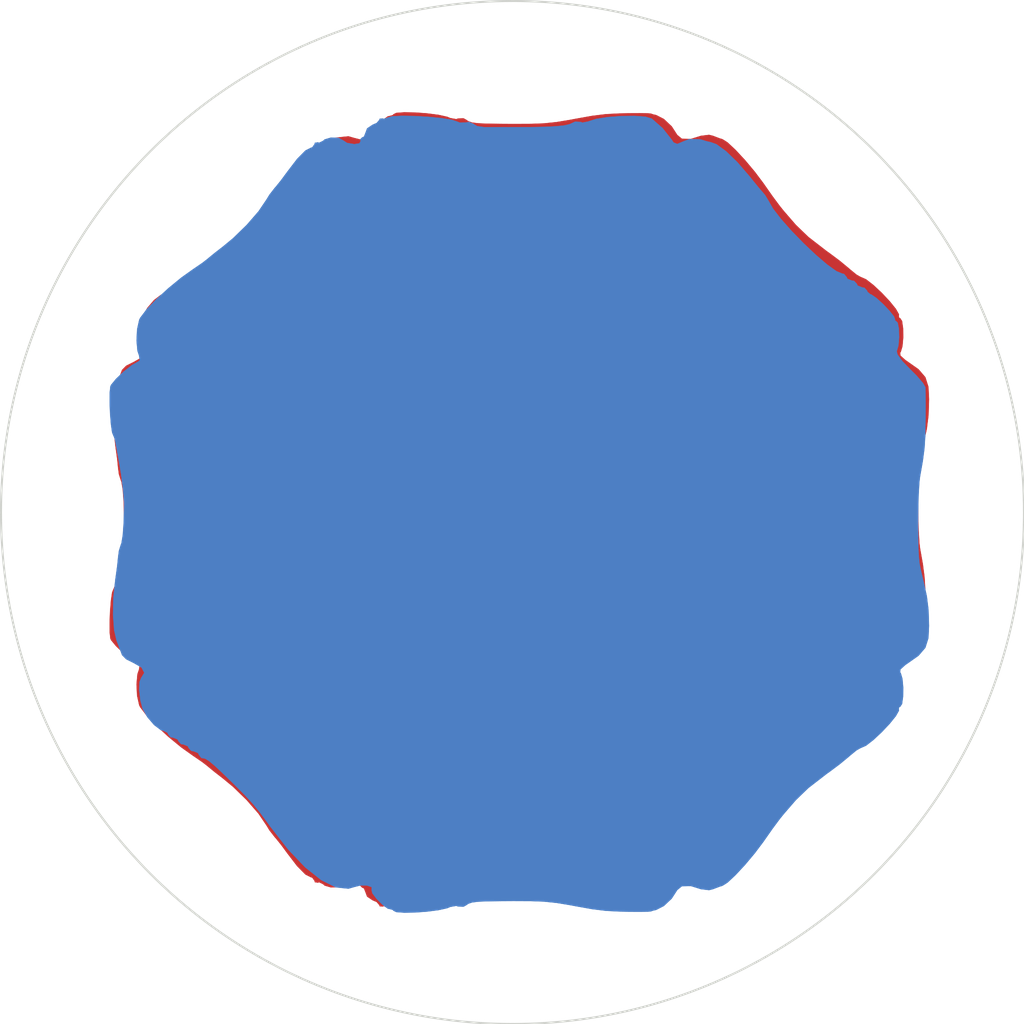
<source format=kicad_pcb>
(kicad_pcb (version 20171130) (host pcbnew 5.1.5-52549c5~86~ubuntu16.04.1)

  (general
    (thickness 1.6)
    (drawings 1)
    (tracks 0)
    (zones 0)
    (modules 4)
    (nets 1)
  )

  (page A4)
  (layers
    (0 F.Cu signal)
    (31 B.Cu signal)
    (32 B.Adhes user)
    (33 F.Adhes user)
    (34 B.Paste user)
    (35 F.Paste user)
    (36 B.SilkS user)
    (37 F.SilkS user)
    (38 B.Mask user)
    (39 F.Mask user)
    (40 Dwgs.User user)
    (41 Cmts.User user)
    (42 Eco1.User user)
    (43 Eco2.User user)
    (44 Edge.Cuts user)
    (45 Margin user)
    (46 B.CrtYd user)
    (47 F.CrtYd user)
    (48 B.Fab user)
    (49 F.Fab user)
  )

  (setup
    (last_trace_width 0.25)
    (trace_clearance 0.2)
    (zone_clearance 0.508)
    (zone_45_only no)
    (trace_min 0.2)
    (via_size 0.8)
    (via_drill 0.4)
    (via_min_size 0.4)
    (via_min_drill 0.3)
    (uvia_size 0.3)
    (uvia_drill 0.1)
    (uvias_allowed no)
    (uvia_min_size 0.2)
    (uvia_min_drill 0.1)
    (edge_width 0.05)
    (segment_width 0.2)
    (pcb_text_width 0.3)
    (pcb_text_size 1.5 1.5)
    (mod_edge_width 0.12)
    (mod_text_size 1 1)
    (mod_text_width 0.15)
    (pad_size 1.524 1.524)
    (pad_drill 0.762)
    (pad_to_mask_clearance 0.051)
    (solder_mask_min_width 0.25)
    (aux_axis_origin 0 0)
    (visible_elements FFFFFF7F)
    (pcbplotparams
      (layerselection 0x010fc_ffffffff)
      (usegerberextensions false)
      (usegerberattributes false)
      (usegerberadvancedattributes false)
      (creategerberjobfile false)
      (excludeedgelayer true)
      (linewidth 0.100000)
      (plotframeref false)
      (viasonmask false)
      (mode 1)
      (useauxorigin false)
      (hpglpennumber 1)
      (hpglpenspeed 20)
      (hpglpendiameter 15.000000)
      (psnegative false)
      (psa4output false)
      (plotreference true)
      (plotvalue true)
      (plotinvisibletext false)
      (padsonsilk false)
      (subtractmaskfromsilk false)
      (outputformat 1)
      (mirror false)
      (drillshape 1)
      (scaleselection 1)
      (outputdirectory ""))
  )

  (net 0 "")

  (net_class Default "This is the default net class."
    (clearance 0.2)
    (trace_width 0.25)
    (via_dia 0.8)
    (via_drill 0.4)
    (uvia_dia 0.3)
    (uvia_drill 0.1)
  )

  (module Lotus:lotus_details_inverted (layer B.Cu) (tedit 5E9CB800) (tstamp 5E9D0AAE)
    (at 88.9 114.3)
    (fp_text reference G*** (at 0 0) (layer B.SilkS) hide
      (effects (font (size 1.524 1.524) (thickness 0.3)) (justify mirror))
    )
    (fp_text value LOGO (at 0.75 0) (layer B.SilkS) hide
      (effects (font (size 1.524 1.524) (thickness 0.3)) (justify mirror))
    )
    (fp_poly (pts (xy 0.317573 0.547176) (xy 0.59278 0.358873) (xy 0.741063 0.105757) (xy 0.770841 -0.175218)
      (xy 0.690533 -0.447103) (xy 0.508559 -0.672944) (xy 0.233336 -0.81579) (xy 0 -0.846666)
      (xy -0.305736 -0.803599) (xy -0.537558 -0.655107) (xy -0.554182 -0.638848) (xy -0.731302 -0.366287)
      (xy -0.767611 -0.078823) (xy -0.68546 0.193137) (xy -0.507197 0.419189) (xy -0.255172 0.568925)
      (xy 0.048266 0.611939) (xy 0.317573 0.547176)) (layer B.Mask) (width 0.01))
    (fp_poly (pts (xy 0.265817 2.47028) (xy 0.515546 2.29313) (xy 0.69788 2.056568) (xy 0.762 1.826847)
      (xy 0.762 1.608667) (xy 0.931333 1.778) (xy 1.153475 1.900206) (xy 1.447474 1.945156)
      (xy 1.731913 1.907576) (xy 1.870003 1.838808) (xy 2.084265 1.588209) (xy 2.186627 1.28261)
      (xy 2.166059 0.977383) (xy 2.077026 0.799349) (xy 1.967764 0.630067) (xy 1.984891 0.559474)
      (xy 2.134329 0.56726) (xy 2.144147 0.569106) (xy 2.381472 0.530329) (xy 2.609814 0.380505)
      (xy 2.817438 0.112648) (xy 2.884184 -0.189415) (xy 2.8207 -0.484302) (xy 2.637636 -0.730632)
      (xy 2.345642 -0.887022) (xy 2.279522 -0.902995) (xy 2.081985 -0.972634) (xy 2.038545 -1.064436)
      (xy 2.116666 -1.143) (xy 2.170524 -1.253879) (xy 2.199649 -1.464868) (xy 2.201333 -1.532845)
      (xy 2.131845 -1.858059) (xy 1.948885 -2.107871) (xy 1.690712 -2.261323) (xy 1.395583 -2.297459)
      (xy 1.101754 -2.195323) (xy 1.053348 -2.161692) (xy 0.870943 -2.049788) (xy 0.780167 -2.06802)
      (xy 0.762 -2.165512) (xy 0.690147 -2.355722) (xy 0.510165 -2.552848) (xy 0.275416 -2.71288)
      (xy 0.039264 -2.791803) (xy 0 -2.794) (xy -0.291898 -2.718442) (xy -0.514513 -2.546512)
      (xy -0.67269 -2.346041) (xy -0.757471 -2.156208) (xy -0.762 -2.117034) (xy -0.762 -1.935043)
      (xy -0.985085 -2.110521) (xy -1.293772 -2.259327) (xy -1.625847 -2.267986) (xy -1.926169 -2.137335)
      (xy -1.976548 -2.0955) (xy -2.187808 -1.811881) (xy -2.23376 -1.495835) (xy -2.126977 -1.163223)
      (xy -1.971814 -0.858879) (xy -2.173394 -0.808286) (xy -2.301758 -0.743929) (xy -1.45396 -0.743929)
      (xy -1.391166 -0.762) (xy -1.15847 -0.834316) (xy -0.934196 -1.017756) (xy -0.778027 -1.262053)
      (xy -0.769158 -1.285862) (xy -0.698843 -1.457748) (xy -0.621858 -1.492413) (xy -0.47931 -1.413717)
      (xy -0.469468 -1.407276) (xy -0.182885 -1.294388) (xy 0.130324 -1.282379) (xy 0.400057 -1.37)
      (xy 0.471274 -1.424026) (xy 0.57983 -1.51343) (xy 0.652041 -1.498725) (xy 0.731595 -1.357959)
      (xy 0.769577 -1.274135) (xy 0.917963 -1.045867) (xy 1.105111 -0.881155) (xy 1.134139 -0.866109)
      (xy 1.339556 -0.789799) (xy 1.480629 -0.762) (xy 1.551265 -0.7392) (xy 1.532411 -0.642198)
      (xy 1.477167 -0.529166) (xy 1.375024 -0.284244) (xy 1.37652 -0.080648) (xy 1.479206 0.164577)
      (xy 1.553583 0.327624) (xy 1.526343 0.405191) (xy 1.368185 0.449501) (xy 1.313542 0.459854)
      (xy 1.025006 0.583979) (xy 0.79974 0.808118) (xy 0.683884 1.081454) (xy 0.677333 1.160564)
      (xy 0.677333 1.366957) (xy 0.454248 1.191479) (xy 0.142265 1.039648) (xy -0.183225 1.045174)
      (xy -0.40997 1.151636) (xy -0.555676 1.24032) (xy -0.622707 1.25747) (xy -0.659736 1.164388)
      (xy -0.722568 0.981207) (xy -0.724183 0.976286) (xy -0.866897 0.747056) (xy -1.059452 0.595286)
      (xy -1.239284 0.503024) (xy -1.338847 0.451783) (xy -1.341939 0.450173) (xy -1.337383 0.368815)
      (xy -1.289024 0.186407) (xy -1.271228 0.13072) (xy -1.216838 -0.094306) (xy -1.245453 -0.275473)
      (xy -1.344601 -0.467619) (xy -1.445674 -0.657448) (xy -1.45396 -0.743929) (xy -2.301758 -0.743929)
      (xy -2.461331 -0.663925) (xy -2.64123 -0.429352) (xy -2.712898 -0.144903) (xy -2.676144 0.149086)
      (xy -2.530776 0.412278) (xy -2.276603 0.604338) (xy -2.180285 0.641681) (xy -2.066723 0.729312)
      (xy -2.081112 0.833149) (xy -2.138087 1.019437) (xy -2.178807 1.228637) (xy -2.145418 1.520427)
      (xy -1.985386 1.765471) (xy -1.740045 1.938409) (xy -1.450731 2.013881) (xy -1.158778 1.966525)
      (xy -1.060939 1.914493) (xy -0.874034 1.80359) (xy -0.786151 1.795768) (xy -0.762239 1.89068)
      (xy -0.762 1.911513) (xy -0.690148 2.101723) (xy -0.510166 2.298849) (xy -0.275417 2.458881)
      (xy -0.039265 2.537804) (xy 0 2.54) (xy 0.265817 2.47028)) (layer B.Mask) (width 0.01))
    (fp_poly (pts (xy -2.41937 9.930016) (xy -2.120136 9.908024) (xy -1.83935 9.871802) (xy -1.623457 9.824295)
      (xy -1.543679 9.791162) (xy -1.395226 9.76483) (xy -1.350958 9.781293) (xy -1.214902 9.785433)
      (xy -1.160458 9.755497) (xy -1.093085 9.711122) (xy -1.003244 9.681007) (xy -0.859368 9.662199)
      (xy -0.62989 9.65174) (xy -0.283244 9.646676) (xy 0.021166 9.644872) (xy 0.460727 9.646742)
      (xy 0.79775 9.660755) (xy 1.098905 9.692436) (xy 1.430857 9.747313) (xy 1.566333 9.77296)
      (xy 1.977372 9.846297) (xy 2.311982 9.887716) (xy 2.658004 9.90641) (xy 2.878666 9.910271)
      (xy 3.158968 9.911475) (xy 3.35719 9.909281) (xy 3.429 9.904405) (xy 3.497992 9.881209)
      (xy 3.568386 9.86597) (xy 3.757079 9.769389) (xy 3.95209 9.586253) (xy 4.084548 9.381729)
      (xy 4.087162 9.375095) (xy 4.206686 9.276953) (xy 4.426392 9.272024) (xy 4.677833 9.350121)
      (xy 4.879733 9.375166) (xy 4.974166 9.351937) (xy 5.145951 9.286921) (xy 5.211409 9.268163)
      (xy 5.339428 9.187191) (xy 5.53654 9.0033) (xy 5.771752 8.750158) (xy 6.014073 8.461436)
      (xy 6.232508 8.170803) (xy 6.265333 8.123193) (xy 6.454538 7.853205) (xy 6.633394 7.612261)
      (xy 6.731 7.490784) (xy 6.903949 7.290898) (xy 7.034747 7.139948) (xy 7.346319 6.839283)
      (xy 7.801332 6.487383) (xy 7.874 6.435878) (xy 8.121831 6.250671) (xy 8.349498 6.063263)
      (xy 8.381134 6.034905) (xy 8.542048 5.903522) (xy 8.650926 5.842534) (xy 8.656301 5.842)
      (xy 8.779473 5.787242) (xy 8.960989 5.646244) (xy 9.167037 5.453922) (xy 9.363802 5.245195)
      (xy 9.517472 5.054977) (xy 9.594233 4.918186) (xy 9.590466 4.877356) (xy 9.600094 4.828447)
      (xy 9.62326 4.826) (xy 9.671421 4.752162) (xy 9.696952 4.570895) (xy 9.699942 4.342576)
      (xy 9.680481 4.127577) (xy 9.638659 3.986274) (xy 9.621988 3.967436) (xy 9.632402 3.893101)
      (xy 9.757722 3.780568) (xy 9.788999 3.760055) (xy 10.082001 3.553704) (xy 10.250371 3.357527)
      (xy 10.325896 3.11683) (xy 10.340714 2.810703) (xy 10.327555 2.412759) (xy 10.28615 2.079242)
      (xy 10.203393 1.705924) (xy 10.200214 1.693334) (xy 10.13956 1.432844) (xy 10.10568 1.27)
      (xy 10.084999 1.064894) (xy 10.07264 0.740574) (xy 10.068321 0.34694) (xy 10.071762 -0.066107)
      (xy 10.082681 -0.448666) (xy 10.100798 -0.750837) (xy 10.117837 -0.889) (xy 10.18755 -1.282952)
      (xy 10.22842 -1.598028) (xy 10.248287 -1.916493) (xy 10.254993 -2.320612) (xy 10.255037 -2.328333)
      (xy 10.255973 -2.659735) (xy 10.255071 -2.929926) (xy 10.252534 -3.090452) (xy 10.251736 -3.106838)
      (xy 10.190054 -3.214749) (xy 10.037039 -3.392443) (xy 9.865892 -3.563025) (xy 9.675091 -3.761752)
      (xy 9.558207 -3.923071) (xy 9.539205 -4.002318) (xy 9.580929 -4.144217) (xy 9.598368 -4.352144)
      (xy 9.592141 -4.561921) (xy 9.56287 -4.709373) (xy 9.532055 -4.741397) (xy 9.490779 -4.775197)
      (xy 9.499599 -4.786488) (xy 9.472464 -4.864525) (xy 9.3579 -5.008917) (xy 9.197852 -5.176763)
      (xy 9.034262 -5.325162) (xy 8.909075 -5.411212) (xy 8.881533 -5.418666) (xy 8.807492 -5.483344)
      (xy 8.805333 -5.503333) (xy 8.736756 -5.578447) (xy 8.678333 -5.588) (xy 8.565661 -5.633717)
      (xy 8.551333 -5.672666) (xy 8.482756 -5.747781) (xy 8.424333 -5.757333) (xy 8.311661 -5.80305)
      (xy 8.297333 -5.842) (xy 8.23034 -5.921702) (xy 8.1915 -5.928207) (xy 8.041234 -5.990398)
      (xy 7.811689 -6.155406) (xy 7.531194 -6.395302) (xy 7.228078 -6.682157) (xy 6.930668 -6.988042)
      (xy 6.667294 -7.285028) (xy 6.466283 -7.545186) (xy 6.357559 -7.73627) (xy 6.270961 -7.879387)
      (xy 6.230559 -7.927425) (xy 6.124581 -8.050528) (xy 5.963188 -8.247643) (xy 5.884333 -8.346216)
      (xy 5.582407 -8.696875) (xy 5.300339 -8.969598) (xy 5.064184 -9.141375) (xy 4.928398 -9.190495)
      (xy 4.809227 -9.218511) (xy 4.667744 -9.262902) (xy 4.393419 -9.271088) (xy 4.253416 -9.216759)
      (xy 4.091304 -9.14844) (xy 3.997997 -9.186457) (xy 3.946005 -9.263922) (xy 3.724214 -9.543927)
      (xy 3.456235 -9.779) (xy 3.301518 -9.825612) (xy 3.033227 -9.845767) (xy 2.704637 -9.841917)
      (xy 2.369021 -9.816517) (xy 2.079653 -9.772022) (xy 1.889806 -9.710884) (xy 1.882344 -9.706495)
      (xy 1.736277 -9.67876) (xy 1.693333 -9.694333) (xy 1.554826 -9.70229) (xy 1.502833 -9.678726)
      (xy 1.418834 -9.639552) (xy 1.290692 -9.609846) (xy 1.097264 -9.588511) (xy 0.817409 -9.574448)
      (xy 0.429983 -9.566559) (xy -0.086154 -9.563747) (xy -0.692935 -9.5647) (xy -0.879561 -9.592821)
      (xy -0.970813 -9.647381) (xy -1.08165 -9.695092) (xy -1.141658 -9.683133) (xy -1.314998 -9.679985)
      (xy -1.367504 -9.702266) (xy -1.518935 -9.750678) (xy -1.777613 -9.791931) (xy -2.098424 -9.823518)
      (xy -2.436255 -9.842933) (xy -2.745991 -9.847669) (xy -2.982519 -9.835217) (xy -3.100725 -9.803072)
      (xy -3.104235 -9.798785) (xy -3.198483 -9.771252) (xy -3.223184 -9.782615) (xy -3.297144 -9.776044)
      (xy -3.302 -9.751538) (xy -3.372528 -9.668398) (xy -3.471334 -9.627467) (xy -3.609034 -9.534822)
      (xy -3.640667 -9.448259) (xy -3.686542 -9.330631) (xy -3.730331 -9.313333) (xy -3.780897 -9.261463)
      (xy -3.767667 -9.228666) (xy -3.797243 -9.165509) (xy -3.927007 -9.144) (xy -4.108247 -9.17451)
      (xy -4.191 -9.228666) (xy -4.315333 -9.297417) (xy -4.504776 -9.308084) (xy -4.665473 -9.260921)
      (xy -4.699854 -9.227285) (xy -4.801322 -9.178443) (xy -4.831851 -9.189949) (xy -4.905579 -9.177466)
      (xy -4.910667 -9.148996) (xy -4.972128 -9.062778) (xy -4.995334 -9.059333) (xy -5.140966 -8.986344)
      (xy -5.346845 -8.777981) (xy -5.586358 -8.465522) (xy -5.743559 -8.251953) (xy -5.87743 -8.086129)
      (xy -5.903268 -8.057897) (xy -6.033647 -7.889781) (xy -6.104997 -7.772523) (xy -6.305168 -7.476847)
      (xy -6.598853 -7.138305) (xy -6.938737 -6.808056) (xy -7.185675 -6.604) (xy -7.387732 -6.447374)
      (xy -7.540442 -6.322661) (xy -7.563813 -6.302028) (xy -7.700259 -6.19594) (xy -7.899191 -6.059755)
      (xy -7.916334 -6.048693) (xy -8.223449 -5.830079) (xy -8.544826 -5.566248) (xy -8.845256 -5.290176)
      (xy -9.089527 -5.034843) (xy -9.219964 -4.862847) (xy -8.272471 -4.862847) (xy -8.232002 -5.031184)
      (xy -8.153324 -5.152755) (xy -7.843637 -5.434592) (xy -7.39519 -5.625255) (xy -6.852038 -5.719236)
      (xy -6.51536 -5.751219) (xy -6.204915 -5.78541) (xy -6.0325 -5.808031) (xy -5.757334 -5.849673)
      (xy -5.757334 -6.380802) (xy -5.714951 -6.926317) (xy -5.596565 -7.425946) (xy -5.415323 -7.836385)
      (xy -5.24843 -8.057262) (xy -5.041725 -8.229977) (xy -4.850243 -8.28532) (xy -4.617333 -8.228695)
      (xy -4.511894 -8.179178) (xy -2.709334 -8.179178) (xy -2.652608 -8.639515) (xy -2.489518 -8.970894)
      (xy -2.230696 -9.166772) (xy -1.886775 -9.220607) (xy -1.468387 -9.125856) (xy -1.293668 -9.050297)
      (xy -1.038124 -8.898168) (xy -0.732456 -8.675962) (xy -0.463558 -8.450007) (xy -0.00191 -8.028087)
      (xy 0.485878 -8.465071) (xy 0.983493 -8.857784) (xy 1.439455 -9.110888) (xy 1.844443 -9.221814)
      (xy 2.189133 -9.187993) (xy 2.461741 -9.0095) (xy 2.559675 -8.890321) (xy 2.619784 -8.759932)
      (xy 2.650528 -8.575727) (xy 2.660369 -8.2951) (xy 2.659315 -8.014667) (xy 2.649018 -7.658972)
      (xy 2.619273 -7.353733) (xy 2.559972 -7.047988) (xy 2.461006 -6.690774) (xy 2.312266 -6.231128)
      (xy 2.295882 -6.182366) (xy 2.066255 -5.549888) (xy 1.828549 -4.984957) (xy 1.595042 -4.512703)
      (xy 1.378014 -4.158258) (xy 1.212968 -3.96599) (xy 0.966424 -3.794881) (xy 0.749091 -3.76549)
      (xy 0.52338 -3.881829) (xy 0.332766 -4.059986) (xy 0 -4.409796) (xy -0.325558 -4.067565)
      (xy -0.517441 -3.879287) (xy -0.668489 -3.755121) (xy -0.727724 -3.725649) (xy -0.845664 -3.766553)
      (xy -1.034096 -3.86636) (xy -1.063126 -3.883781) (xy -1.276307 -4.084001) (xy -1.508494 -4.421056)
      (xy -1.748287 -4.865199) (xy -1.984287 -5.386686) (xy -2.205093 -5.955769) (xy -2.399304 -6.542703)
      (xy -2.555521 -7.117741) (xy -2.662344 -7.651137) (xy -2.708373 -8.113146) (xy -2.709334 -8.179178)
      (xy -4.511894 -8.179178) (xy -4.420461 -8.136239) (xy -4.189991 -7.999441) (xy -3.986084 -7.827541)
      (xy -3.777242 -7.587121) (xy -3.531968 -7.244761) (xy -3.415204 -7.069666) (xy -3.100336 -6.547891)
      (xy -2.806053 -5.979706) (xy -2.546625 -5.400387) (xy -2.336325 -4.845211) (xy -2.189424 -4.349452)
      (xy -2.120192 -3.948387) (xy -2.116667 -3.859971) (xy -2.135296 -3.683831) (xy 2.042273 -3.683831)
      (xy 2.119215 -4.120081) (xy 2.249781 -4.557071) (xy 2.414718 -4.991549) (xy 2.634152 -5.488063)
      (xy 2.88693 -6.005815) (xy 3.151899 -6.50401) (xy 3.407907 -6.941848) (xy 3.633799 -7.278534)
      (xy 3.711653 -7.376527) (xy 4.083811 -7.742825) (xy 4.444519 -7.966718) (xy 4.779986 -8.044007)
      (xy 5.076419 -7.970494) (xy 5.23981 -7.841803) (xy 5.429299 -7.544334) (xy 5.582375 -7.105801)
      (xy 5.691278 -6.552032) (xy 5.729032 -6.213625) (xy 5.780187 -5.611584) (xy 6.522279 -5.563506)
      (xy 7.120109 -5.487216) (xy 7.599824 -5.347252) (xy 7.949129 -5.150098) (xy 8.155727 -4.902237)
      (xy 8.209973 -4.673628) (xy 8.132499 -4.331931) (xy 7.897278 -3.970744) (xy 7.513785 -3.59723)
      (xy 6.991497 -3.21855) (xy 6.339888 -2.841868) (xy 5.568435 -2.474346) (xy 4.983135 -2.234441)
      (xy 4.417756 -2.048226) (xy 3.936853 -1.95554) (xy 3.557103 -1.957774) (xy 3.295184 -2.056323)
      (xy 3.255919 -2.090175) (xy 3.170537 -2.220687) (xy 3.144967 -2.412452) (xy 3.164475 -2.670344)
      (xy 3.215874 -3.107669) (xy 2.790922 -3.066837) (xy 2.438336 -3.071056) (xy 2.198352 -3.168904)
      (xy 2.067491 -3.369967) (xy 2.042273 -3.683831) (xy -2.135296 -3.683831) (xy -2.151987 -3.526028)
      (xy -2.272538 -3.325618) (xy -2.500209 -3.240199) (xy -2.837898 -3.248933) (xy -3.273443 -3.300122)
      (xy -3.23617 -2.85066) (xy -3.247888 -2.497822) (xy -3.356819 -2.260121) (xy -3.571277 -2.134548)
      (xy -3.899576 -2.118096) (xy -4.35003 -2.207757) (xy -4.705338 -2.319117) (xy -5.493035 -2.621412)
      (xy -6.217012 -2.958537) (xy -6.859183 -3.318553) (xy -7.401461 -3.689521) (xy -7.825762 -4.0595)
      (xy -8.113999 -4.416552) (xy -8.221181 -4.640131) (xy -8.272471 -4.862847) (xy -9.219964 -4.862847)
      (xy -9.242428 -4.833227) (xy -9.267001 -4.783666) (xy -9.318967 -4.549787) (xy -9.33337 -4.266804)
      (xy -9.310031 -4.013133) (xy -9.269036 -3.891487) (xy -9.253599 -3.775601) (xy -9.293583 -3.746028)
      (xy -9.451417 -3.656193) (xy -9.65196 -3.497913) (xy -9.840974 -3.31962) (xy -9.964222 -3.169751)
      (xy -9.982365 -3.130946) (xy -10.000111 -2.971947) (xy -10.001539 -2.727224) (xy -9.989802 -2.447477)
      (xy -9.968053 -2.183404) (xy -9.939445 -1.985706) (xy -9.907133 -1.90508) (xy -9.906113 -1.905)
      (xy -9.876044 -1.834386) (xy -9.854543 -1.735666) (xy -9.816477 -1.525943) (xy -9.776605 -1.312333)
      (xy -9.715472 -0.94285) (xy -9.668187 -0.570709) (xy -9.643372 -0.267541) (xy -9.641592 -0.1905)
      (xy -9.65113 0.228272) (xy -9.674178 0.557107) (xy -9.708 0.763102) (xy -9.724297 0.804334)
      (xy -9.770109 0.949424) (xy -9.790432 1.100667) (xy -9.813319 1.326041) (xy -9.851389 1.605535)
      (xy -9.858477 1.651) (xy -9.875284 1.804733) (xy -9.22784 1.804733) (xy -9.17393 1.561866)
      (xy -9.030807 1.239048) (xy -8.823352 0.881457) (xy -8.576447 0.534269) (xy -8.436869 0.36856)
      (xy -8.240631 0.143317) (xy -8.099616 -0.033693) (xy -8.043402 -0.125266) (xy -8.043334 -0.126447)
      (xy -8.095217 -0.216376) (xy -8.23023 -0.39103) (xy -8.390536 -0.579674) (xy -8.801977 -1.10887)
      (xy -9.075167 -1.601939) (xy -9.18899 -1.966049) (xy -9.210241 -2.182344) (xy -9.15709 -2.343352)
      (xy -9.001975 -2.525565) (xy -8.979044 -2.548648) (xy -8.711495 -2.816197) (xy -7.890581 -2.775091)
      (xy -7.408217 -2.736314) (xy -6.972926 -2.663075) (xy -6.509055 -2.540231) (xy -6.166148 -2.4299)
      (xy -5.39783 -2.148427) (xy -4.76064 -1.866696) (xy -4.263172 -1.589684) (xy -3.914018 -1.322368)
      (xy -3.721771 -1.069725) (xy -3.696441 -0.999325) (xy -3.698406 -0.857737) (xy -3.793393 -0.693642)
      (xy -4.003199 -0.470339) (xy -4.011175 -0.462666) (xy -3.213008 -0.462666) (xy -3.206171 -0.748795)
      (xy -3.172576 -0.97361) (xy -3.103242 -1.191009) (xy -2.989186 -1.454886) (xy -2.958794 -1.521071)
      (xy -2.586883 -2.14918) (xy -2.247738 -2.528662) (xy -1.732291 -2.954554) (xy -1.219173 -3.237905)
      (xy -0.663086 -3.395833) (xy -0.018733 -3.445457) (xy 0.170798 -3.442673) (xy 0.585282 -3.418916)
      (xy 0.905309 -3.365894) (xy 1.205265 -3.267248) (xy 1.440798 -3.163383) (xy 1.969833 -2.877529)
      (xy 2.378229 -2.561394) (xy 2.714364 -2.174331) (xy 2.842535 -1.985682) (xy 3.155758 -1.357274)
      (xy 3.288588 -0.860093) (xy 3.889512 -0.860093) (xy 3.959593 -1.146374) (xy 3.98051 -1.187533)
      (xy 4.129359 -1.347348) (xy 4.411611 -1.544072) (xy 4.79959 -1.76239) (xy 5.265622 -1.986987)
      (xy 5.782031 -2.202549) (xy 5.886918 -2.242479) (xy 6.742679 -2.529103) (xy 7.494701 -2.710175)
      (xy 8.13595 -2.784706) (xy 8.659393 -2.751706) (xy 8.934863 -2.671399) (xy 9.224285 -2.48201)
      (xy 9.362234 -2.217676) (xy 9.349793 -1.875971) (xy 9.327565 -1.792115) (xy 9.151307 -1.386052)
      (xy 8.861121 -0.931282) (xy 8.487833 -0.474775) (xy 8.326857 -0.288816) (xy 8.227782 -0.155272)
      (xy 8.212666 -0.12175) (xy 8.264475 -0.036605) (xy 8.400451 0.137118) (xy 8.591419 0.362187)
      (xy 8.595936 0.367339) (xy 8.881082 0.73121) (xy 9.123912 1.113706) (xy 9.301647 1.472906)
      (xy 9.39151 1.766889) (xy 9.398 1.84347) (xy 9.339512 2.030179) (xy 9.193126 2.245756)
      (xy 9.140794 2.302232) (xy 8.883588 2.559438) (xy 8.061294 2.522407) (xy 7.598541 2.488815)
      (xy 7.189623 2.424635) (xy 6.761509 2.315319) (xy 6.33548 2.178596) (xy 5.517039 1.877988)
      (xy 4.866427 1.588533) (xy 4.382572 1.309271) (xy 4.064404 1.039237) (xy 3.910852 0.77747)
      (xy 3.920845 0.523008) (xy 4.093311 0.274888) (xy 4.155162 0.219193) (xy 4.338604 0.07992)
      (xy 4.472895 0.004445) (xy 4.493829 0) (xy 4.569985 -0.038053) (xy 4.500929 -0.147671)
      (xy 4.291553 -0.322043) (xy 4.231525 -0.365324) (xy 3.978438 -0.605373) (xy 3.889512 -0.860093)
      (xy 3.288588 -0.860093) (xy 3.337021 -0.67881) (xy 3.383422 0.013405) (xy 3.292058 0.683065)
      (xy 3.098663 1.218221) (xy 2.737418 1.804947) (xy 2.277523 2.315213) (xy 1.7559 2.711314)
      (xy 1.506345 2.844362) (xy 1.251556 2.955118) (xy 1.030539 3.026678) (xy 0.793213 3.067456)
      (xy 0.489497 3.085868) (xy 0.069309 3.090326) (xy 0.042333 3.090334) (xy -0.37625 3.087353)
      (xy -0.673387 3.072472) (xy -0.896936 3.036783) (xy -1.094759 2.971377) (xy -1.314716 2.867348)
      (xy -1.403895 2.821153) (xy -1.981245 2.440757) (xy -2.484959 1.955465) (xy -2.872291 1.40823)
      (xy -2.941291 1.276339) (xy -3.053515 1.020861) (xy -3.126434 0.773722) (xy -3.170499 0.481315)
      (xy -3.19616 0.090034) (xy -3.202069 -0.061329) (xy -3.213008 -0.462666) (xy -4.011175 -0.462666)
      (xy -4.020489 -0.453706) (xy -4.393704 -0.096104) (xy -4.10055 0.076861) (xy -3.822988 0.30339)
      (xy -3.696466 0.556206) (xy -3.727969 0.816009) (xy -3.79305 0.926698) (xy -4.005184 1.126479)
      (xy -4.351397 1.353301) (xy -4.801438 1.59335) (xy -5.325055 1.832811) (xy -5.891997 2.057868)
      (xy -6.472012 2.254706) (xy -7.03485 2.409512) (xy -7.045655 2.412068) (xy -7.656788 2.51783)
      (xy -8.189556 2.533776) (xy -8.628484 2.464213) (xy -8.958097 2.313448) (xy -9.16292 2.085787)
      (xy -9.22784 1.804733) (xy -9.875284 1.804733) (xy -9.907337 2.097912) (xy -9.917184 2.540426)
      (xy -9.889026 2.92334) (xy -9.830628 3.175) (xy -9.748728 3.388301) (xy -9.692938 3.538849)
      (xy -9.591905 3.641711) (xy -9.402395 3.736481) (xy -9.399117 3.737631) (xy -9.210831 3.846502)
      (xy -9.141349 3.978806) (xy -9.210697 4.095136) (xy -9.215803 4.098383) (xy -9.259399 4.209055)
      (xy -9.265411 4.420102) (xy -9.243023 4.612096) (xy -8.212667 4.612096) (xy -8.142675 4.278656)
      (xy -7.929153 3.938396) (xy -7.566779 3.58652) (xy -7.050234 3.218231) (xy -6.374196 2.828736)
      (xy -6.047952 2.660933) (xy -5.279412 2.29997) (xy -4.635385 2.048252) (xy -4.111866 1.904764)
      (xy -3.704848 1.868494) (xy -3.410326 1.938429) (xy -3.346337 1.977732) (xy -3.243528 2.104035)
      (xy -3.2038 2.313683) (xy -3.204209 2.495523) (xy -3.223812 2.752198) (xy -3.255945 2.939564)
      (xy -3.272777 2.984546) (xy -3.237138 3.031143) (xy -3.042995 3.026458) (xy -2.931948 3.011734)
      (xy -2.574076 2.9825) (xy -2.337781 3.032338) (xy -2.188805 3.174075) (xy -2.125249 3.313777)
      (xy -2.08734 3.631444) (xy -2.144271 4.050435) (xy -2.282028 4.544258) (xy -2.486599 5.086418)
      (xy -2.743971 5.650423) (xy -3.04013 6.209778) (xy -3.361064 6.73799) (xy -3.69276 7.208566)
      (xy -4.021204 7.595012) (xy -4.332383 7.870834) (xy -4.511244 7.9601) (xy -2.698439 7.9601)
      (xy -2.663993 7.388643) (xy -2.627654 7.177514) (xy -2.498673 6.634117) (xy -2.322876 6.052694)
      (xy -2.114136 5.467085) (xy -1.88633 4.911128) (xy -1.653332 4.418664) (xy -1.429018 4.023532)
      (xy -1.227262 3.759571) (xy -1.225467 3.75777) (xy -0.956584 3.577585) (xy -0.68217 3.565809)
      (xy -0.406791 3.721819) (xy -0.246433 3.891416) (xy 0.023114 4.226831) (xy 0.266088 3.891416)
      (xy 0.441523 3.679452) (xy 0.601339 3.580344) (xy 0.804333 3.556) (xy 1.001416 3.578777)
      (xy 1.15793 3.671274) (xy 1.19714 3.716415) (xy 2.370666 3.716415) (xy 2.431143 3.471117)
      (xy 2.546984 3.295016) (xy 2.681817 3.189781) (xy 2.842493 3.152313) (xy 3.093419 3.16982)
      (xy 3.143694 3.176517) (xy 3.564087 3.234336) (xy 3.50808 2.812132) (xy 3.484516 2.541001)
      (xy 3.513563 2.369892) (xy 3.608447 2.234139) (xy 3.631036 2.210964) (xy 3.808517 2.088002)
      (xy 4.038689 2.041856) (xy 4.352281 2.072509) (xy 4.780019 2.179942) (xy 4.880581 2.210215)
      (xy 5.488006 2.425618) (xy 6.121603 2.70076) (xy 6.740406 3.013923) (xy 7.303447 3.343391)
      (xy 7.76976 3.667449) (xy 8.001 3.864337) (xy 8.337676 4.238693) (xy 8.514093 4.571886)
      (xy 8.531982 4.872079) (xy 8.393073 5.147434) (xy 8.2951 5.25142) (xy 8.033194 5.419631)
      (xy 7.652668 5.567801) (xy 7.204135 5.681714) (xy 6.738208 5.747154) (xy 6.493876 5.757334)
      (xy 6.120847 5.757334) (xy 6.066258 6.403115) (xy 5.99832 6.97116) (xy 5.896921 7.404213)
      (xy 5.751748 7.735025) (xy 5.570496 7.977404) (xy 5.387708 8.144104) (xy 5.220033 8.200819)
      (xy 5.034632 8.186242) (xy 4.713105 8.07898) (xy 4.392326 7.852597) (xy 4.050582 7.489958)
      (xy 3.885614 7.279673) (xy 3.624085 6.888329) (xy 3.353693 6.408732) (xy 3.089283 5.875801)
      (xy 2.845702 5.324455) (xy 2.637797 4.789615) (xy 2.480413 4.306198) (xy 2.388396 3.909124)
      (xy 2.370666 3.716415) (xy 1.19714 3.716415) (xy 1.330324 3.86974) (xy 1.364688 3.915834)
      (xy 1.650331 4.37061) (xy 1.921959 4.926182) (xy 2.168998 5.546819) (xy 2.380869 6.19679)
      (xy 2.546999 6.840364) (xy 2.656811 7.44181) (xy 2.699728 7.965397) (xy 2.673167 8.336566)
      (xy 2.545449 8.678376) (xy 2.324117 8.890018) (xy 2.022726 8.972428) (xy 1.654831 8.926544)
      (xy 1.233988 8.7533) (xy 0.773752 8.453635) (xy 0.45055 8.183005) (xy 0 7.772343)
      (xy -0.486834 8.217895) (xy -0.991289 8.618138) (xy -1.450593 8.864095) (xy -1.854133 8.960925)
      (xy -2.1913 8.913783) (xy -2.451481 8.727827) (xy -2.624064 8.408214) (xy -2.698439 7.9601)
      (xy -4.511244 7.9601) (xy -4.608467 8.008622) (xy -4.923871 8.008831) (xy -5.199904 7.854945)
      (xy -5.428388 7.559302) (xy -5.601145 7.134243) (xy -5.709997 6.592106) (xy -5.736362 6.306746)
      (xy -5.760287 5.958643) (xy -5.787027 5.745966) (xy -5.828953 5.635077) (xy -5.898438 5.592336)
      (xy -6.002102 5.584203) (xy -6.687976 5.538452) (xy -7.260839 5.429913) (xy -7.70937 5.263563)
      (xy -8.022251 5.044379) (xy -8.188163 4.77734) (xy -8.212667 4.612096) (xy -9.243023 4.612096)
      (xy -9.23657 4.667434) (xy -9.182979 4.868334) (xy -9.065516 5.079199) (xy -8.899204 5.273598)
      (xy -8.733979 5.398622) (xy -8.663575 5.418667) (xy -8.560721 5.469532) (xy -8.551334 5.503334)
      (xy -8.482757 5.578448) (xy -8.424334 5.588) (xy -8.311662 5.633718) (xy -8.297334 5.672667)
      (xy -8.228757 5.747782) (xy -8.170334 5.757334) (xy -8.057662 5.803051) (xy -8.043334 5.842)
      (xy -7.974757 5.917115) (xy -7.916334 5.926667) (xy -7.803662 5.972385) (xy -7.789334 6.011334)
      (xy -7.724427 6.092977) (xy -7.701094 6.096001) (xy -7.628328 6.1116) (xy -7.529963 6.171909)
      (xy -7.381459 6.297193) (xy -7.158276 6.507717) (xy -6.91829 6.742434) (xy -6.643278 7.017868)
      (xy -6.441876 7.235733) (xy -6.264112 7.454226) (xy -6.060017 7.731545) (xy -6.015108 7.794331)
      (xy -5.572277 8.363124) (xy -5.146166 8.809675) (xy -4.747353 9.12629) (xy -4.386413 9.305278)
      (xy -4.073923 9.338945) (xy -3.94372 9.30099) (xy -3.777122 9.258694) (xy -3.609572 9.26073)
      (xy -3.496792 9.298806) (xy -3.494504 9.364628) (xy -3.497225 9.367447) (xy -3.479019 9.451823)
      (xy -3.374277 9.590311) (xy -3.230822 9.733968) (xy -3.09648 9.83385) (xy -3.026834 9.848857)
      (xy -2.96472 9.867489) (xy -2.963334 9.881169) (xy -2.887412 9.919533) (xy -2.69061 9.934834)
      (xy -2.41937 9.930016)) (layer B.Mask) (width 0.01))
  )

  (module Lotus:lotus_inner (layer B.Cu) (tedit 5E9CB7EE) (tstamp 5E9D0A4C)
    (at 88.9 114.3)
    (fp_text reference G*** (at 0 0) (layer B.SilkS) hide
      (effects (font (size 1.524 1.524) (thickness 0.3)) (justify mirror))
    )
    (fp_text value LOGO (at 0.75 0) (layer B.SilkS) hide
      (effects (font (size 1.524 1.524) (thickness 0.3)) (justify mirror))
    )
    (fp_poly (pts (xy -2.41937 9.930016) (xy -2.120136 9.908024) (xy -1.83935 9.871802) (xy -1.623457 9.824295)
      (xy -1.543679 9.791162) (xy -1.395226 9.76483) (xy -1.350958 9.781293) (xy -1.214902 9.785433)
      (xy -1.160458 9.755497) (xy -1.093085 9.711122) (xy -1.003244 9.681007) (xy -0.859368 9.662199)
      (xy -0.62989 9.65174) (xy -0.283244 9.646676) (xy 0.021166 9.644872) (xy 0.460727 9.646742)
      (xy 0.79775 9.660755) (xy 1.098905 9.692436) (xy 1.430857 9.747313) (xy 1.566333 9.77296)
      (xy 1.977372 9.846297) (xy 2.311982 9.887716) (xy 2.658004 9.90641) (xy 2.878666 9.910271)
      (xy 3.158968 9.911475) (xy 3.35719 9.909281) (xy 3.429 9.904405) (xy 3.497992 9.881209)
      (xy 3.568386 9.86597) (xy 3.757079 9.769389) (xy 3.95209 9.586253) (xy 4.084548 9.381729)
      (xy 4.087162 9.375095) (xy 4.206686 9.276953) (xy 4.426392 9.272024) (xy 4.677833 9.350121)
      (xy 4.879733 9.375166) (xy 4.974166 9.351937) (xy 5.145951 9.286921) (xy 5.211409 9.268163)
      (xy 5.339428 9.187191) (xy 5.53654 9.0033) (xy 5.771752 8.750158) (xy 6.014073 8.461436)
      (xy 6.232508 8.170803) (xy 6.265333 8.123193) (xy 6.454538 7.853205) (xy 6.633394 7.612261)
      (xy 6.731 7.490784) (xy 6.903949 7.290898) (xy 7.034747 7.139948) (xy 7.346319 6.839283)
      (xy 7.801332 6.487383) (xy 7.874 6.435878) (xy 8.121831 6.250671) (xy 8.349498 6.063263)
      (xy 8.381134 6.034905) (xy 8.542048 5.903522) (xy 8.650926 5.842534) (xy 8.656301 5.842)
      (xy 8.779473 5.787242) (xy 8.960989 5.646244) (xy 9.167037 5.453922) (xy 9.363802 5.245195)
      (xy 9.517472 5.054977) (xy 9.594233 4.918186) (xy 9.590466 4.877356) (xy 9.600094 4.828447)
      (xy 9.62326 4.826) (xy 9.671421 4.752162) (xy 9.696952 4.570895) (xy 9.699942 4.342576)
      (xy 9.680481 4.127577) (xy 9.638659 3.986274) (xy 9.621988 3.967436) (xy 9.632402 3.893101)
      (xy 9.757722 3.780568) (xy 9.788999 3.760055) (xy 10.082001 3.553704) (xy 10.250371 3.357527)
      (xy 10.325896 3.11683) (xy 10.340714 2.810703) (xy 10.327555 2.412759) (xy 10.28615 2.079242)
      (xy 10.203393 1.705924) (xy 10.200214 1.693334) (xy 10.13956 1.432844) (xy 10.10568 1.27)
      (xy 10.084999 1.064894) (xy 10.07264 0.740574) (xy 10.068321 0.34694) (xy 10.071762 -0.066107)
      (xy 10.082681 -0.448666) (xy 10.100798 -0.750837) (xy 10.117837 -0.889) (xy 10.18755 -1.282952)
      (xy 10.22842 -1.598028) (xy 10.248287 -1.916493) (xy 10.254993 -2.320612) (xy 10.255037 -2.328333)
      (xy 10.255973 -2.659735) (xy 10.255071 -2.929926) (xy 10.252534 -3.090452) (xy 10.251736 -3.106838)
      (xy 10.190054 -3.214749) (xy 10.037039 -3.392443) (xy 9.865892 -3.563025) (xy 9.675091 -3.761752)
      (xy 9.558207 -3.923071) (xy 9.539205 -4.002318) (xy 9.580929 -4.144217) (xy 9.598368 -4.352144)
      (xy 9.592141 -4.561921) (xy 9.56287 -4.709373) (xy 9.532055 -4.741397) (xy 9.490779 -4.775197)
      (xy 9.499599 -4.786488) (xy 9.472464 -4.864525) (xy 9.3579 -5.008917) (xy 9.197852 -5.176763)
      (xy 9.034262 -5.325162) (xy 8.909075 -5.411212) (xy 8.881533 -5.418666) (xy 8.807492 -5.483344)
      (xy 8.805333 -5.503333) (xy 8.736756 -5.578447) (xy 8.678333 -5.588) (xy 8.565661 -5.633717)
      (xy 8.551333 -5.672666) (xy 8.482756 -5.747781) (xy 8.424333 -5.757333) (xy 8.311661 -5.80305)
      (xy 8.297333 -5.842) (xy 8.23034 -5.921702) (xy 8.1915 -5.928207) (xy 8.041234 -5.990398)
      (xy 7.811689 -6.155406) (xy 7.531194 -6.395302) (xy 7.228078 -6.682157) (xy 6.930668 -6.988042)
      (xy 6.667294 -7.285028) (xy 6.466283 -7.545186) (xy 6.357559 -7.73627) (xy 6.270961 -7.879387)
      (xy 6.230559 -7.927425) (xy 6.124581 -8.050528) (xy 5.963188 -8.247643) (xy 5.884333 -8.346216)
      (xy 5.582407 -8.696875) (xy 5.300339 -8.969598) (xy 5.064184 -9.141375) (xy 4.928398 -9.190495)
      (xy 4.809227 -9.218511) (xy 4.667744 -9.262902) (xy 4.393419 -9.271088) (xy 4.253416 -9.216759)
      (xy 4.091304 -9.14844) (xy 3.997997 -9.186457) (xy 3.946005 -9.263922) (xy 3.724214 -9.543927)
      (xy 3.456235 -9.779) (xy 3.301518 -9.825612) (xy 3.033227 -9.845767) (xy 2.704637 -9.841917)
      (xy 2.369021 -9.816517) (xy 2.079653 -9.772022) (xy 1.889806 -9.710884) (xy 1.882344 -9.706495)
      (xy 1.736277 -9.67876) (xy 1.693333 -9.694333) (xy 1.554826 -9.70229) (xy 1.502833 -9.678726)
      (xy 1.418834 -9.639552) (xy 1.290692 -9.609846) (xy 1.097264 -9.588511) (xy 0.817409 -9.574448)
      (xy 0.429983 -9.566559) (xy -0.086154 -9.563747) (xy -0.692935 -9.5647) (xy -0.879561 -9.592821)
      (xy -0.970813 -9.647381) (xy -1.08165 -9.695092) (xy -1.141658 -9.683133) (xy -1.314998 -9.679985)
      (xy -1.367504 -9.702266) (xy -1.518935 -9.750678) (xy -1.777613 -9.791931) (xy -2.098424 -9.823518)
      (xy -2.436255 -9.842933) (xy -2.745991 -9.847669) (xy -2.982519 -9.835217) (xy -3.100725 -9.803072)
      (xy -3.104235 -9.798785) (xy -3.198483 -9.771252) (xy -3.223184 -9.782615) (xy -3.297144 -9.776044)
      (xy -3.302 -9.751538) (xy -3.372528 -9.668398) (xy -3.471334 -9.627467) (xy -3.609034 -9.534822)
      (xy -3.640667 -9.448259) (xy -3.686542 -9.330631) (xy -3.730331 -9.313333) (xy -3.780897 -9.261463)
      (xy -3.767667 -9.228666) (xy -3.797243 -9.165509) (xy -3.927007 -9.144) (xy -4.108247 -9.17451)
      (xy -4.191 -9.228666) (xy -4.315333 -9.297417) (xy -4.504776 -9.308084) (xy -4.665473 -9.260921)
      (xy -4.699854 -9.227285) (xy -4.801322 -9.178443) (xy -4.831851 -9.189949) (xy -4.905579 -9.177466)
      (xy -4.910667 -9.148996) (xy -4.972128 -9.062778) (xy -4.995334 -9.059333) (xy -5.140966 -8.986344)
      (xy -5.346845 -8.777981) (xy -5.586358 -8.465522) (xy -5.743559 -8.251953) (xy -5.87743 -8.086129)
      (xy -5.903268 -8.057897) (xy -6.033647 -7.889781) (xy -6.104997 -7.772523) (xy -6.305168 -7.476847)
      (xy -6.598853 -7.138305) (xy -6.938737 -6.808056) (xy -7.185675 -6.604) (xy -7.387732 -6.447374)
      (xy -7.540442 -6.322661) (xy -7.563813 -6.302028) (xy -7.700259 -6.19594) (xy -7.899191 -6.059755)
      (xy -7.916334 -6.048693) (xy -8.223449 -5.830079) (xy -8.544826 -5.566248) (xy -8.845256 -5.290176)
      (xy -9.089527 -5.034843) (xy -9.242428 -4.833227) (xy -9.267001 -4.783666) (xy -9.318967 -4.549787)
      (xy -9.33337 -4.266804) (xy -9.310031 -4.013133) (xy -9.269036 -3.891487) (xy -9.253599 -3.775601)
      (xy -9.293583 -3.746028) (xy -9.451417 -3.656193) (xy -9.65196 -3.497913) (xy -9.840974 -3.31962)
      (xy -9.964222 -3.169751) (xy -9.982365 -3.130946) (xy -10.000111 -2.971947) (xy -10.001539 -2.727224)
      (xy -9.989802 -2.447477) (xy -9.968053 -2.183404) (xy -9.939445 -1.985706) (xy -9.907133 -1.90508)
      (xy -9.906113 -1.905) (xy -9.876044 -1.834386) (xy -9.854543 -1.735666) (xy -9.816477 -1.525943)
      (xy -9.776605 -1.312333) (xy -9.715472 -0.94285) (xy -9.668187 -0.570709) (xy -9.643372 -0.267541)
      (xy -9.641592 -0.1905) (xy -9.65113 0.228272) (xy -9.674178 0.557107) (xy -9.708 0.763102)
      (xy -9.724297 0.804334) (xy -9.770109 0.949424) (xy -9.790432 1.100667) (xy -9.813319 1.326041)
      (xy -9.851389 1.605535) (xy -9.858477 1.651) (xy -9.907337 2.097912) (xy -9.917184 2.540426)
      (xy -9.889026 2.92334) (xy -9.830628 3.175) (xy -9.748728 3.388301) (xy -9.692938 3.538849)
      (xy -9.591905 3.641711) (xy -9.402395 3.736481) (xy -9.399117 3.737631) (xy -9.210831 3.846502)
      (xy -9.141349 3.978806) (xy -9.210697 4.095136) (xy -9.215803 4.098383) (xy -9.259399 4.209055)
      (xy -9.265411 4.420102) (xy -9.23657 4.667434) (xy -9.182979 4.868334) (xy -9.065516 5.079199)
      (xy -8.899204 5.273598) (xy -8.733979 5.398622) (xy -8.663575 5.418667) (xy -8.560721 5.469532)
      (xy -8.551334 5.503334) (xy -8.482757 5.578448) (xy -8.424334 5.588) (xy -8.311662 5.633718)
      (xy -8.297334 5.672667) (xy -8.228757 5.747782) (xy -8.170334 5.757334) (xy -8.057662 5.803051)
      (xy -8.043334 5.842) (xy -7.974757 5.917115) (xy -7.916334 5.926667) (xy -7.803662 5.972385)
      (xy -7.789334 6.011334) (xy -7.724427 6.092977) (xy -7.701094 6.096001) (xy -7.628328 6.1116)
      (xy -7.529963 6.171909) (xy -7.381459 6.297193) (xy -7.158276 6.507717) (xy -6.91829 6.742434)
      (xy -6.643278 7.017868) (xy -6.441876 7.235733) (xy -6.264112 7.454226) (xy -6.060017 7.731545)
      (xy -6.015108 7.794331) (xy -5.572277 8.363124) (xy -5.146166 8.809675) (xy -4.747353 9.12629)
      (xy -4.386413 9.305278) (xy -4.073923 9.338945) (xy -3.94372 9.30099) (xy -3.777122 9.258694)
      (xy -3.609572 9.26073) (xy -3.496792 9.298806) (xy -3.494504 9.364628) (xy -3.497225 9.367447)
      (xy -3.479019 9.451823) (xy -3.374277 9.590311) (xy -3.230822 9.733968) (xy -3.09648 9.83385)
      (xy -3.026834 9.848857) (xy -2.96472 9.867489) (xy -2.963334 9.881169) (xy -2.887412 9.919533)
      (xy -2.69061 9.934834) (xy -2.41937 9.930016)) (layer B.Cu) (width 0.01))
  )

  (module Lotus:lotus_details_inverted (layer F.Cu) (tedit 5E9CB800) (tstamp 5E9D0A40)
    (at 88.9 114.3)
    (fp_text reference G*** (at 0 0) (layer F.SilkS) hide
      (effects (font (size 1.524 1.524) (thickness 0.3)))
    )
    (fp_text value LOGO (at 0.75 0) (layer F.SilkS) hide
      (effects (font (size 1.524 1.524) (thickness 0.3)))
    )
    (fp_poly (pts (xy -2.41937 -9.930016) (xy -2.120136 -9.908024) (xy -1.83935 -9.871802) (xy -1.623457 -9.824295)
      (xy -1.543679 -9.791162) (xy -1.395226 -9.76483) (xy -1.350958 -9.781293) (xy -1.214902 -9.785433)
      (xy -1.160458 -9.755497) (xy -1.093085 -9.711122) (xy -1.003244 -9.681007) (xy -0.859368 -9.662199)
      (xy -0.62989 -9.65174) (xy -0.283244 -9.646676) (xy 0.021166 -9.644872) (xy 0.460727 -9.646742)
      (xy 0.79775 -9.660755) (xy 1.098905 -9.692436) (xy 1.430857 -9.747313) (xy 1.566333 -9.77296)
      (xy 1.977372 -9.846297) (xy 2.311982 -9.887716) (xy 2.658004 -9.90641) (xy 2.878666 -9.910271)
      (xy 3.158968 -9.911475) (xy 3.35719 -9.909281) (xy 3.429 -9.904405) (xy 3.497992 -9.881209)
      (xy 3.568386 -9.86597) (xy 3.757079 -9.769389) (xy 3.95209 -9.586253) (xy 4.084548 -9.381729)
      (xy 4.087162 -9.375095) (xy 4.206686 -9.276953) (xy 4.426392 -9.272024) (xy 4.677833 -9.350121)
      (xy 4.879733 -9.375166) (xy 4.974166 -9.351937) (xy 5.145951 -9.286921) (xy 5.211409 -9.268163)
      (xy 5.339428 -9.187191) (xy 5.53654 -9.0033) (xy 5.771752 -8.750158) (xy 6.014073 -8.461436)
      (xy 6.232508 -8.170803) (xy 6.265333 -8.123193) (xy 6.454538 -7.853205) (xy 6.633394 -7.612261)
      (xy 6.731 -7.490784) (xy 6.903949 -7.290898) (xy 7.034747 -7.139948) (xy 7.346319 -6.839283)
      (xy 7.801332 -6.487383) (xy 7.874 -6.435878) (xy 8.121831 -6.250671) (xy 8.349498 -6.063263)
      (xy 8.381134 -6.034905) (xy 8.542048 -5.903522) (xy 8.650926 -5.842534) (xy 8.656301 -5.842)
      (xy 8.779473 -5.787242) (xy 8.960989 -5.646244) (xy 9.167037 -5.453922) (xy 9.363802 -5.245195)
      (xy 9.517472 -5.054977) (xy 9.594233 -4.918186) (xy 9.590466 -4.877356) (xy 9.600094 -4.828447)
      (xy 9.62326 -4.826) (xy 9.671421 -4.752162) (xy 9.696952 -4.570895) (xy 9.699942 -4.342576)
      (xy 9.680481 -4.127577) (xy 9.638659 -3.986274) (xy 9.621988 -3.967436) (xy 9.632402 -3.893101)
      (xy 9.757722 -3.780568) (xy 9.788999 -3.760055) (xy 10.082001 -3.553704) (xy 10.250371 -3.357527)
      (xy 10.325896 -3.11683) (xy 10.340714 -2.810703) (xy 10.327555 -2.412759) (xy 10.28615 -2.079242)
      (xy 10.203393 -1.705924) (xy 10.200214 -1.693334) (xy 10.13956 -1.432844) (xy 10.10568 -1.27)
      (xy 10.084999 -1.064894) (xy 10.07264 -0.740574) (xy 10.068321 -0.34694) (xy 10.071762 0.066107)
      (xy 10.082681 0.448666) (xy 10.100798 0.750837) (xy 10.117837 0.889) (xy 10.18755 1.282952)
      (xy 10.22842 1.598028) (xy 10.248287 1.916493) (xy 10.254993 2.320612) (xy 10.255037 2.328333)
      (xy 10.255973 2.659735) (xy 10.255071 2.929926) (xy 10.252534 3.090452) (xy 10.251736 3.106838)
      (xy 10.190054 3.214749) (xy 10.037039 3.392443) (xy 9.865892 3.563025) (xy 9.675091 3.761752)
      (xy 9.558207 3.923071) (xy 9.539205 4.002318) (xy 9.580929 4.144217) (xy 9.598368 4.352144)
      (xy 9.592141 4.561921) (xy 9.56287 4.709373) (xy 9.532055 4.741397) (xy 9.490779 4.775197)
      (xy 9.499599 4.786488) (xy 9.472464 4.864525) (xy 9.3579 5.008917) (xy 9.197852 5.176763)
      (xy 9.034262 5.325162) (xy 8.909075 5.411212) (xy 8.881533 5.418666) (xy 8.807492 5.483344)
      (xy 8.805333 5.503333) (xy 8.736756 5.578447) (xy 8.678333 5.588) (xy 8.565661 5.633717)
      (xy 8.551333 5.672666) (xy 8.482756 5.747781) (xy 8.424333 5.757333) (xy 8.311661 5.80305)
      (xy 8.297333 5.842) (xy 8.23034 5.921702) (xy 8.1915 5.928207) (xy 8.041234 5.990398)
      (xy 7.811689 6.155406) (xy 7.531194 6.395302) (xy 7.228078 6.682157) (xy 6.930668 6.988042)
      (xy 6.667294 7.285028) (xy 6.466283 7.545186) (xy 6.357559 7.73627) (xy 6.270961 7.879387)
      (xy 6.230559 7.927425) (xy 6.124581 8.050528) (xy 5.963188 8.247643) (xy 5.884333 8.346216)
      (xy 5.582407 8.696875) (xy 5.300339 8.969598) (xy 5.064184 9.141375) (xy 4.928398 9.190495)
      (xy 4.809227 9.218511) (xy 4.667744 9.262902) (xy 4.393419 9.271088) (xy 4.253416 9.216759)
      (xy 4.091304 9.14844) (xy 3.997997 9.186457) (xy 3.946005 9.263922) (xy 3.724214 9.543927)
      (xy 3.456235 9.779) (xy 3.301518 9.825612) (xy 3.033227 9.845767) (xy 2.704637 9.841917)
      (xy 2.369021 9.816517) (xy 2.079653 9.772022) (xy 1.889806 9.710884) (xy 1.882344 9.706495)
      (xy 1.736277 9.67876) (xy 1.693333 9.694333) (xy 1.554826 9.70229) (xy 1.502833 9.678726)
      (xy 1.418834 9.639552) (xy 1.290692 9.609846) (xy 1.097264 9.588511) (xy 0.817409 9.574448)
      (xy 0.429983 9.566559) (xy -0.086154 9.563747) (xy -0.692935 9.5647) (xy -0.879561 9.592821)
      (xy -0.970813 9.647381) (xy -1.08165 9.695092) (xy -1.141658 9.683133) (xy -1.314998 9.679985)
      (xy -1.367504 9.702266) (xy -1.518935 9.750678) (xy -1.777613 9.791931) (xy -2.098424 9.823518)
      (xy -2.436255 9.842933) (xy -2.745991 9.847669) (xy -2.982519 9.835217) (xy -3.100725 9.803072)
      (xy -3.104235 9.798785) (xy -3.198483 9.771252) (xy -3.223184 9.782615) (xy -3.297144 9.776044)
      (xy -3.302 9.751538) (xy -3.372528 9.668398) (xy -3.471334 9.627467) (xy -3.609034 9.534822)
      (xy -3.640667 9.448259) (xy -3.686542 9.330631) (xy -3.730331 9.313333) (xy -3.780897 9.261463)
      (xy -3.767667 9.228666) (xy -3.797243 9.165509) (xy -3.927007 9.144) (xy -4.108247 9.17451)
      (xy -4.191 9.228666) (xy -4.315333 9.297417) (xy -4.504776 9.308084) (xy -4.665473 9.260921)
      (xy -4.699854 9.227285) (xy -4.801322 9.178443) (xy -4.831851 9.189949) (xy -4.905579 9.177466)
      (xy -4.910667 9.148996) (xy -4.972128 9.062778) (xy -4.995334 9.059333) (xy -5.140966 8.986344)
      (xy -5.346845 8.777981) (xy -5.586358 8.465522) (xy -5.743559 8.251953) (xy -5.87743 8.086129)
      (xy -5.903268 8.057897) (xy -6.033647 7.889781) (xy -6.104997 7.772523) (xy -6.305168 7.476847)
      (xy -6.598853 7.138305) (xy -6.938737 6.808056) (xy -7.185675 6.604) (xy -7.387732 6.447374)
      (xy -7.540442 6.322661) (xy -7.563813 6.302028) (xy -7.700259 6.19594) (xy -7.899191 6.059755)
      (xy -7.916334 6.048693) (xy -8.223449 5.830079) (xy -8.544826 5.566248) (xy -8.845256 5.290176)
      (xy -9.089527 5.034843) (xy -9.219964 4.862847) (xy -8.272471 4.862847) (xy -8.232002 5.031184)
      (xy -8.153324 5.152755) (xy -7.843637 5.434592) (xy -7.39519 5.625255) (xy -6.852038 5.719236)
      (xy -6.51536 5.751219) (xy -6.204915 5.78541) (xy -6.0325 5.808031) (xy -5.757334 5.849673)
      (xy -5.757334 6.380802) (xy -5.714951 6.926317) (xy -5.596565 7.425946) (xy -5.415323 7.836385)
      (xy -5.24843 8.057262) (xy -5.041725 8.229977) (xy -4.850243 8.28532) (xy -4.617333 8.228695)
      (xy -4.511894 8.179178) (xy -2.709334 8.179178) (xy -2.652608 8.639515) (xy -2.489518 8.970894)
      (xy -2.230696 9.166772) (xy -1.886775 9.220607) (xy -1.468387 9.125856) (xy -1.293668 9.050297)
      (xy -1.038124 8.898168) (xy -0.732456 8.675962) (xy -0.463558 8.450007) (xy -0.00191 8.028087)
      (xy 0.485878 8.465071) (xy 0.983493 8.857784) (xy 1.439455 9.110888) (xy 1.844443 9.221814)
      (xy 2.189133 9.187993) (xy 2.461741 9.0095) (xy 2.559675 8.890321) (xy 2.619784 8.759932)
      (xy 2.650528 8.575727) (xy 2.660369 8.2951) (xy 2.659315 8.014667) (xy 2.649018 7.658972)
      (xy 2.619273 7.353733) (xy 2.559972 7.047988) (xy 2.461006 6.690774) (xy 2.312266 6.231128)
      (xy 2.295882 6.182366) (xy 2.066255 5.549888) (xy 1.828549 4.984957) (xy 1.595042 4.512703)
      (xy 1.378014 4.158258) (xy 1.212968 3.96599) (xy 0.966424 3.794881) (xy 0.749091 3.76549)
      (xy 0.52338 3.881829) (xy 0.332766 4.059986) (xy 0 4.409796) (xy -0.325558 4.067565)
      (xy -0.517441 3.879287) (xy -0.668489 3.755121) (xy -0.727724 3.725649) (xy -0.845664 3.766553)
      (xy -1.034096 3.86636) (xy -1.063126 3.883781) (xy -1.276307 4.084001) (xy -1.508494 4.421056)
      (xy -1.748287 4.865199) (xy -1.984287 5.386686) (xy -2.205093 5.955769) (xy -2.399304 6.542703)
      (xy -2.555521 7.117741) (xy -2.662344 7.651137) (xy -2.708373 8.113146) (xy -2.709334 8.179178)
      (xy -4.511894 8.179178) (xy -4.420461 8.136239) (xy -4.189991 7.999441) (xy -3.986084 7.827541)
      (xy -3.777242 7.587121) (xy -3.531968 7.244761) (xy -3.415204 7.069666) (xy -3.100336 6.547891)
      (xy -2.806053 5.979706) (xy -2.546625 5.400387) (xy -2.336325 4.845211) (xy -2.189424 4.349452)
      (xy -2.120192 3.948387) (xy -2.116667 3.859971) (xy -2.135296 3.683831) (xy 2.042273 3.683831)
      (xy 2.119215 4.120081) (xy 2.249781 4.557071) (xy 2.414718 4.991549) (xy 2.634152 5.488063)
      (xy 2.88693 6.005815) (xy 3.151899 6.50401) (xy 3.407907 6.941848) (xy 3.633799 7.278534)
      (xy 3.711653 7.376527) (xy 4.083811 7.742825) (xy 4.444519 7.966718) (xy 4.779986 8.044007)
      (xy 5.076419 7.970494) (xy 5.23981 7.841803) (xy 5.429299 7.544334) (xy 5.582375 7.105801)
      (xy 5.691278 6.552032) (xy 5.729032 6.213625) (xy 5.780187 5.611584) (xy 6.522279 5.563506)
      (xy 7.120109 5.487216) (xy 7.599824 5.347252) (xy 7.949129 5.150098) (xy 8.155727 4.902237)
      (xy 8.209973 4.673628) (xy 8.132499 4.331931) (xy 7.897278 3.970744) (xy 7.513785 3.59723)
      (xy 6.991497 3.21855) (xy 6.339888 2.841868) (xy 5.568435 2.474346) (xy 4.983135 2.234441)
      (xy 4.417756 2.048226) (xy 3.936853 1.95554) (xy 3.557103 1.957774) (xy 3.295184 2.056323)
      (xy 3.255919 2.090175) (xy 3.170537 2.220687) (xy 3.144967 2.412452) (xy 3.164475 2.670344)
      (xy 3.215874 3.107669) (xy 2.790922 3.066837) (xy 2.438336 3.071056) (xy 2.198352 3.168904)
      (xy 2.067491 3.369967) (xy 2.042273 3.683831) (xy -2.135296 3.683831) (xy -2.151987 3.526028)
      (xy -2.272538 3.325618) (xy -2.500209 3.240199) (xy -2.837898 3.248933) (xy -3.273443 3.300122)
      (xy -3.23617 2.85066) (xy -3.247888 2.497822) (xy -3.356819 2.260121) (xy -3.571277 2.134548)
      (xy -3.899576 2.118096) (xy -4.35003 2.207757) (xy -4.705338 2.319117) (xy -5.493035 2.621412)
      (xy -6.217012 2.958537) (xy -6.859183 3.318553) (xy -7.401461 3.689521) (xy -7.825762 4.0595)
      (xy -8.113999 4.416552) (xy -8.221181 4.640131) (xy -8.272471 4.862847) (xy -9.219964 4.862847)
      (xy -9.242428 4.833227) (xy -9.267001 4.783666) (xy -9.318967 4.549787) (xy -9.33337 4.266804)
      (xy -9.310031 4.013133) (xy -9.269036 3.891487) (xy -9.253599 3.775601) (xy -9.293583 3.746028)
      (xy -9.451417 3.656193) (xy -9.65196 3.497913) (xy -9.840974 3.31962) (xy -9.964222 3.169751)
      (xy -9.982365 3.130946) (xy -10.000111 2.971947) (xy -10.001539 2.727224) (xy -9.989802 2.447477)
      (xy -9.968053 2.183404) (xy -9.939445 1.985706) (xy -9.907133 1.90508) (xy -9.906113 1.905)
      (xy -9.876044 1.834386) (xy -9.854543 1.735666) (xy -9.816477 1.525943) (xy -9.776605 1.312333)
      (xy -9.715472 0.94285) (xy -9.668187 0.570709) (xy -9.643372 0.267541) (xy -9.641592 0.1905)
      (xy -9.65113 -0.228272) (xy -9.674178 -0.557107) (xy -9.708 -0.763102) (xy -9.724297 -0.804334)
      (xy -9.770109 -0.949424) (xy -9.790432 -1.100667) (xy -9.813319 -1.326041) (xy -9.851389 -1.605535)
      (xy -9.858477 -1.651) (xy -9.875284 -1.804733) (xy -9.22784 -1.804733) (xy -9.17393 -1.561866)
      (xy -9.030807 -1.239048) (xy -8.823352 -0.881457) (xy -8.576447 -0.534269) (xy -8.436869 -0.36856)
      (xy -8.240631 -0.143317) (xy -8.099616 0.033693) (xy -8.043402 0.125266) (xy -8.043334 0.126447)
      (xy -8.095217 0.216376) (xy -8.23023 0.39103) (xy -8.390536 0.579674) (xy -8.801977 1.10887)
      (xy -9.075167 1.601939) (xy -9.18899 1.966049) (xy -9.210241 2.182344) (xy -9.15709 2.343352)
      (xy -9.001975 2.525565) (xy -8.979044 2.548648) (xy -8.711495 2.816197) (xy -7.890581 2.775091)
      (xy -7.408217 2.736314) (xy -6.972926 2.663075) (xy -6.509055 2.540231) (xy -6.166148 2.4299)
      (xy -5.39783 2.148427) (xy -4.76064 1.866696) (xy -4.263172 1.589684) (xy -3.914018 1.322368)
      (xy -3.721771 1.069725) (xy -3.696441 0.999325) (xy -3.698406 0.857737) (xy -3.793393 0.693642)
      (xy -4.003199 0.470339) (xy -4.011175 0.462666) (xy -3.213008 0.462666) (xy -3.206171 0.748795)
      (xy -3.172576 0.97361) (xy -3.103242 1.191009) (xy -2.989186 1.454886) (xy -2.958794 1.521071)
      (xy -2.586883 2.14918) (xy -2.247738 2.528662) (xy -1.732291 2.954554) (xy -1.219173 3.237905)
      (xy -0.663086 3.395833) (xy -0.018733 3.445457) (xy 0.170798 3.442673) (xy 0.585282 3.418916)
      (xy 0.905309 3.365894) (xy 1.205265 3.267248) (xy 1.440798 3.163383) (xy 1.969833 2.877529)
      (xy 2.378229 2.561394) (xy 2.714364 2.174331) (xy 2.842535 1.985682) (xy 3.155758 1.357274)
      (xy 3.288588 0.860093) (xy 3.889512 0.860093) (xy 3.959593 1.146374) (xy 3.98051 1.187533)
      (xy 4.129359 1.347348) (xy 4.411611 1.544072) (xy 4.79959 1.76239) (xy 5.265622 1.986987)
      (xy 5.782031 2.202549) (xy 5.886918 2.242479) (xy 6.742679 2.529103) (xy 7.494701 2.710175)
      (xy 8.13595 2.784706) (xy 8.659393 2.751706) (xy 8.934863 2.671399) (xy 9.224285 2.48201)
      (xy 9.362234 2.217676) (xy 9.349793 1.875971) (xy 9.327565 1.792115) (xy 9.151307 1.386052)
      (xy 8.861121 0.931282) (xy 8.487833 0.474775) (xy 8.326857 0.288816) (xy 8.227782 0.155272)
      (xy 8.212666 0.12175) (xy 8.264475 0.036605) (xy 8.400451 -0.137118) (xy 8.591419 -0.362187)
      (xy 8.595936 -0.367339) (xy 8.881082 -0.73121) (xy 9.123912 -1.113706) (xy 9.301647 -1.472906)
      (xy 9.39151 -1.766889) (xy 9.398 -1.84347) (xy 9.339512 -2.030179) (xy 9.193126 -2.245756)
      (xy 9.140794 -2.302232) (xy 8.883588 -2.559438) (xy 8.061294 -2.522407) (xy 7.598541 -2.488815)
      (xy 7.189623 -2.424635) (xy 6.761509 -2.315319) (xy 6.33548 -2.178596) (xy 5.517039 -1.877988)
      (xy 4.866427 -1.588533) (xy 4.382572 -1.309271) (xy 4.064404 -1.039237) (xy 3.910852 -0.77747)
      (xy 3.920845 -0.523008) (xy 4.093311 -0.274888) (xy 4.155162 -0.219193) (xy 4.338604 -0.07992)
      (xy 4.472895 -0.004445) (xy 4.493829 0) (xy 4.569985 0.038053) (xy 4.500929 0.147671)
      (xy 4.291553 0.322043) (xy 4.231525 0.365324) (xy 3.978438 0.605373) (xy 3.889512 0.860093)
      (xy 3.288588 0.860093) (xy 3.337021 0.67881) (xy 3.383422 -0.013405) (xy 3.292058 -0.683065)
      (xy 3.098663 -1.218221) (xy 2.737418 -1.804947) (xy 2.277523 -2.315213) (xy 1.7559 -2.711314)
      (xy 1.506345 -2.844362) (xy 1.251556 -2.955118) (xy 1.030539 -3.026678) (xy 0.793213 -3.067456)
      (xy 0.489497 -3.085868) (xy 0.069309 -3.090326) (xy 0.042333 -3.090334) (xy -0.37625 -3.087353)
      (xy -0.673387 -3.072472) (xy -0.896936 -3.036783) (xy -1.094759 -2.971377) (xy -1.314716 -2.867348)
      (xy -1.403895 -2.821153) (xy -1.981245 -2.440757) (xy -2.484959 -1.955465) (xy -2.872291 -1.40823)
      (xy -2.941291 -1.276339) (xy -3.053515 -1.020861) (xy -3.126434 -0.773722) (xy -3.170499 -0.481315)
      (xy -3.19616 -0.090034) (xy -3.202069 0.061329) (xy -3.213008 0.462666) (xy -4.011175 0.462666)
      (xy -4.020489 0.453706) (xy -4.393704 0.096104) (xy -4.10055 -0.076861) (xy -3.822988 -0.30339)
      (xy -3.696466 -0.556206) (xy -3.727969 -0.816009) (xy -3.79305 -0.926698) (xy -4.005184 -1.126479)
      (xy -4.351397 -1.353301) (xy -4.801438 -1.59335) (xy -5.325055 -1.832811) (xy -5.891997 -2.057868)
      (xy -6.472012 -2.254706) (xy -7.03485 -2.409512) (xy -7.045655 -2.412068) (xy -7.656788 -2.51783)
      (xy -8.189556 -2.533776) (xy -8.628484 -2.464213) (xy -8.958097 -2.313448) (xy -9.16292 -2.085787)
      (xy -9.22784 -1.804733) (xy -9.875284 -1.804733) (xy -9.907337 -2.097912) (xy -9.917184 -2.540426)
      (xy -9.889026 -2.92334) (xy -9.830628 -3.175) (xy -9.748728 -3.388301) (xy -9.692938 -3.538849)
      (xy -9.591905 -3.641711) (xy -9.402395 -3.736481) (xy -9.399117 -3.737631) (xy -9.210831 -3.846502)
      (xy -9.141349 -3.978806) (xy -9.210697 -4.095136) (xy -9.215803 -4.098383) (xy -9.259399 -4.209055)
      (xy -9.265411 -4.420102) (xy -9.243023 -4.612096) (xy -8.212667 -4.612096) (xy -8.142675 -4.278656)
      (xy -7.929153 -3.938396) (xy -7.566779 -3.58652) (xy -7.050234 -3.218231) (xy -6.374196 -2.828736)
      (xy -6.047952 -2.660933) (xy -5.279412 -2.29997) (xy -4.635385 -2.048252) (xy -4.111866 -1.904764)
      (xy -3.704848 -1.868494) (xy -3.410326 -1.938429) (xy -3.346337 -1.977732) (xy -3.243528 -2.104035)
      (xy -3.2038 -2.313683) (xy -3.204209 -2.495523) (xy -3.223812 -2.752198) (xy -3.255945 -2.939564)
      (xy -3.272777 -2.984546) (xy -3.237138 -3.031143) (xy -3.042995 -3.026458) (xy -2.931948 -3.011734)
      (xy -2.574076 -2.9825) (xy -2.337781 -3.032338) (xy -2.188805 -3.174075) (xy -2.125249 -3.313777)
      (xy -2.08734 -3.631444) (xy -2.144271 -4.050435) (xy -2.282028 -4.544258) (xy -2.486599 -5.086418)
      (xy -2.743971 -5.650423) (xy -3.04013 -6.209778) (xy -3.361064 -6.73799) (xy -3.69276 -7.208566)
      (xy -4.021204 -7.595012) (xy -4.332383 -7.870834) (xy -4.511244 -7.9601) (xy -2.698439 -7.9601)
      (xy -2.663993 -7.388643) (xy -2.627654 -7.177514) (xy -2.498673 -6.634117) (xy -2.322876 -6.052694)
      (xy -2.114136 -5.467085) (xy -1.88633 -4.911128) (xy -1.653332 -4.418664) (xy -1.429018 -4.023532)
      (xy -1.227262 -3.759571) (xy -1.225467 -3.75777) (xy -0.956584 -3.577585) (xy -0.68217 -3.565809)
      (xy -0.406791 -3.721819) (xy -0.246433 -3.891416) (xy 0.023114 -4.226831) (xy 0.266088 -3.891416)
      (xy 0.441523 -3.679452) (xy 0.601339 -3.580344) (xy 0.804333 -3.556) (xy 1.001416 -3.578777)
      (xy 1.15793 -3.671274) (xy 1.19714 -3.716415) (xy 2.370666 -3.716415) (xy 2.431143 -3.471117)
      (xy 2.546984 -3.295016) (xy 2.681817 -3.189781) (xy 2.842493 -3.152313) (xy 3.093419 -3.16982)
      (xy 3.143694 -3.176517) (xy 3.564087 -3.234336) (xy 3.50808 -2.812132) (xy 3.484516 -2.541001)
      (xy 3.513563 -2.369892) (xy 3.608447 -2.234139) (xy 3.631036 -2.210964) (xy 3.808517 -2.088002)
      (xy 4.038689 -2.041856) (xy 4.352281 -2.072509) (xy 4.780019 -2.179942) (xy 4.880581 -2.210215)
      (xy 5.488006 -2.425618) (xy 6.121603 -2.70076) (xy 6.740406 -3.013923) (xy 7.303447 -3.343391)
      (xy 7.76976 -3.667449) (xy 8.001 -3.864337) (xy 8.337676 -4.238693) (xy 8.514093 -4.571886)
      (xy 8.531982 -4.872079) (xy 8.393073 -5.147434) (xy 8.2951 -5.25142) (xy 8.033194 -5.419631)
      (xy 7.652668 -5.567801) (xy 7.204135 -5.681714) (xy 6.738208 -5.747154) (xy 6.493876 -5.757334)
      (xy 6.120847 -5.757334) (xy 6.066258 -6.403115) (xy 5.99832 -6.97116) (xy 5.896921 -7.404213)
      (xy 5.751748 -7.735025) (xy 5.570496 -7.977404) (xy 5.387708 -8.144104) (xy 5.220033 -8.200819)
      (xy 5.034632 -8.186242) (xy 4.713105 -8.07898) (xy 4.392326 -7.852597) (xy 4.050582 -7.489958)
      (xy 3.885614 -7.279673) (xy 3.624085 -6.888329) (xy 3.353693 -6.408732) (xy 3.089283 -5.875801)
      (xy 2.845702 -5.324455) (xy 2.637797 -4.789615) (xy 2.480413 -4.306198) (xy 2.388396 -3.909124)
      (xy 2.370666 -3.716415) (xy 1.19714 -3.716415) (xy 1.330324 -3.86974) (xy 1.364688 -3.915834)
      (xy 1.650331 -4.37061) (xy 1.921959 -4.926182) (xy 2.168998 -5.546819) (xy 2.380869 -6.19679)
      (xy 2.546999 -6.840364) (xy 2.656811 -7.44181) (xy 2.699728 -7.965397) (xy 2.673167 -8.336566)
      (xy 2.545449 -8.678376) (xy 2.324117 -8.890018) (xy 2.022726 -8.972428) (xy 1.654831 -8.926544)
      (xy 1.233988 -8.7533) (xy 0.773752 -8.453635) (xy 0.45055 -8.183005) (xy 0 -7.772343)
      (xy -0.486834 -8.217895) (xy -0.991289 -8.618138) (xy -1.450593 -8.864095) (xy -1.854133 -8.960925)
      (xy -2.1913 -8.913783) (xy -2.451481 -8.727827) (xy -2.624064 -8.408214) (xy -2.698439 -7.9601)
      (xy -4.511244 -7.9601) (xy -4.608467 -8.008622) (xy -4.923871 -8.008831) (xy -5.199904 -7.854945)
      (xy -5.428388 -7.559302) (xy -5.601145 -7.134243) (xy -5.709997 -6.592106) (xy -5.736362 -6.306746)
      (xy -5.760287 -5.958643) (xy -5.787027 -5.745966) (xy -5.828953 -5.635077) (xy -5.898438 -5.592336)
      (xy -6.002102 -5.584203) (xy -6.687976 -5.538452) (xy -7.260839 -5.429913) (xy -7.70937 -5.263563)
      (xy -8.022251 -5.044379) (xy -8.188163 -4.77734) (xy -8.212667 -4.612096) (xy -9.243023 -4.612096)
      (xy -9.23657 -4.667434) (xy -9.182979 -4.868334) (xy -9.065516 -5.079199) (xy -8.899204 -5.273598)
      (xy -8.733979 -5.398622) (xy -8.663575 -5.418667) (xy -8.560721 -5.469532) (xy -8.551334 -5.503334)
      (xy -8.482757 -5.578448) (xy -8.424334 -5.588) (xy -8.311662 -5.633718) (xy -8.297334 -5.672667)
      (xy -8.228757 -5.747782) (xy -8.170334 -5.757334) (xy -8.057662 -5.803051) (xy -8.043334 -5.842)
      (xy -7.974757 -5.917115) (xy -7.916334 -5.926667) (xy -7.803662 -5.972385) (xy -7.789334 -6.011334)
      (xy -7.724427 -6.092977) (xy -7.701094 -6.096001) (xy -7.628328 -6.1116) (xy -7.529963 -6.171909)
      (xy -7.381459 -6.297193) (xy -7.158276 -6.507717) (xy -6.91829 -6.742434) (xy -6.643278 -7.017868)
      (xy -6.441876 -7.235733) (xy -6.264112 -7.454226) (xy -6.060017 -7.731545) (xy -6.015108 -7.794331)
      (xy -5.572277 -8.363124) (xy -5.146166 -8.809675) (xy -4.747353 -9.12629) (xy -4.386413 -9.305278)
      (xy -4.073923 -9.338945) (xy -3.94372 -9.30099) (xy -3.777122 -9.258694) (xy -3.609572 -9.26073)
      (xy -3.496792 -9.298806) (xy -3.494504 -9.364628) (xy -3.497225 -9.367447) (xy -3.479019 -9.451823)
      (xy -3.374277 -9.590311) (xy -3.230822 -9.733968) (xy -3.09648 -9.83385) (xy -3.026834 -9.848857)
      (xy -2.96472 -9.867489) (xy -2.963334 -9.881169) (xy -2.887412 -9.919533) (xy -2.69061 -9.934834)
      (xy -2.41937 -9.930016)) (layer F.Mask) (width 0.01))
    (fp_poly (pts (xy 0.265817 -2.47028) (xy 0.515546 -2.29313) (xy 0.69788 -2.056568) (xy 0.762 -1.826847)
      (xy 0.762 -1.608667) (xy 0.931333 -1.778) (xy 1.153475 -1.900206) (xy 1.447474 -1.945156)
      (xy 1.731913 -1.907576) (xy 1.870003 -1.838808) (xy 2.084265 -1.588209) (xy 2.186627 -1.28261)
      (xy 2.166059 -0.977383) (xy 2.077026 -0.799349) (xy 1.967764 -0.630067) (xy 1.984891 -0.559474)
      (xy 2.134329 -0.56726) (xy 2.144147 -0.569106) (xy 2.381472 -0.530329) (xy 2.609814 -0.380505)
      (xy 2.817438 -0.112648) (xy 2.884184 0.189415) (xy 2.8207 0.484302) (xy 2.637636 0.730632)
      (xy 2.345642 0.887022) (xy 2.279522 0.902995) (xy 2.081985 0.972634) (xy 2.038545 1.064436)
      (xy 2.116666 1.143) (xy 2.170524 1.253879) (xy 2.199649 1.464868) (xy 2.201333 1.532845)
      (xy 2.131845 1.858059) (xy 1.948885 2.107871) (xy 1.690712 2.261323) (xy 1.395583 2.297459)
      (xy 1.101754 2.195323) (xy 1.053348 2.161692) (xy 0.870943 2.049788) (xy 0.780167 2.06802)
      (xy 0.762 2.165512) (xy 0.690147 2.355722) (xy 0.510165 2.552848) (xy 0.275416 2.71288)
      (xy 0.039264 2.791803) (xy 0 2.794) (xy -0.291898 2.718442) (xy -0.514513 2.546512)
      (xy -0.67269 2.346041) (xy -0.757471 2.156208) (xy -0.762 2.117034) (xy -0.762 1.935043)
      (xy -0.985085 2.110521) (xy -1.293772 2.259327) (xy -1.625847 2.267986) (xy -1.926169 2.137335)
      (xy -1.976548 2.0955) (xy -2.187808 1.811881) (xy -2.23376 1.495835) (xy -2.126977 1.163223)
      (xy -1.971814 0.858879) (xy -2.173394 0.808286) (xy -2.301758 0.743929) (xy -1.45396 0.743929)
      (xy -1.391166 0.762) (xy -1.15847 0.834316) (xy -0.934196 1.017756) (xy -0.778027 1.262053)
      (xy -0.769158 1.285862) (xy -0.698843 1.457748) (xy -0.621858 1.492413) (xy -0.47931 1.413717)
      (xy -0.469468 1.407276) (xy -0.182885 1.294388) (xy 0.130324 1.282379) (xy 0.400057 1.37)
      (xy 0.471274 1.424026) (xy 0.57983 1.51343) (xy 0.652041 1.498725) (xy 0.731595 1.357959)
      (xy 0.769577 1.274135) (xy 0.917963 1.045867) (xy 1.105111 0.881155) (xy 1.134139 0.866109)
      (xy 1.339556 0.789799) (xy 1.480629 0.762) (xy 1.551265 0.7392) (xy 1.532411 0.642198)
      (xy 1.477167 0.529166) (xy 1.375024 0.284244) (xy 1.37652 0.080648) (xy 1.479206 -0.164577)
      (xy 1.553583 -0.327624) (xy 1.526343 -0.405191) (xy 1.368185 -0.449501) (xy 1.313542 -0.459854)
      (xy 1.025006 -0.583979) (xy 0.79974 -0.808118) (xy 0.683884 -1.081454) (xy 0.677333 -1.160564)
      (xy 0.677333 -1.366957) (xy 0.454248 -1.191479) (xy 0.142265 -1.039648) (xy -0.183225 -1.045174)
      (xy -0.40997 -1.151636) (xy -0.555676 -1.24032) (xy -0.622707 -1.25747) (xy -0.659736 -1.164388)
      (xy -0.722568 -0.981207) (xy -0.724183 -0.976286) (xy -0.866897 -0.747056) (xy -1.059452 -0.595286)
      (xy -1.239284 -0.503024) (xy -1.338847 -0.451783) (xy -1.341939 -0.450173) (xy -1.337383 -0.368815)
      (xy -1.289024 -0.186407) (xy -1.271228 -0.13072) (xy -1.216838 0.094306) (xy -1.245453 0.275473)
      (xy -1.344601 0.467619) (xy -1.445674 0.657448) (xy -1.45396 0.743929) (xy -2.301758 0.743929)
      (xy -2.461331 0.663925) (xy -2.64123 0.429352) (xy -2.712898 0.144903) (xy -2.676144 -0.149086)
      (xy -2.530776 -0.412278) (xy -2.276603 -0.604338) (xy -2.180285 -0.641681) (xy -2.066723 -0.729312)
      (xy -2.081112 -0.833149) (xy -2.138087 -1.019437) (xy -2.178807 -1.228637) (xy -2.145418 -1.520427)
      (xy -1.985386 -1.765471) (xy -1.740045 -1.938409) (xy -1.450731 -2.013881) (xy -1.158778 -1.966525)
      (xy -1.060939 -1.914493) (xy -0.874034 -1.80359) (xy -0.786151 -1.795768) (xy -0.762239 -1.89068)
      (xy -0.762 -1.911513) (xy -0.690148 -2.101723) (xy -0.510166 -2.298849) (xy -0.275417 -2.458881)
      (xy -0.039265 -2.537804) (xy 0 -2.54) (xy 0.265817 -2.47028)) (layer F.Mask) (width 0.01))
    (fp_poly (pts (xy 0.317573 -0.547176) (xy 0.59278 -0.358873) (xy 0.741063 -0.105757) (xy 0.770841 0.175218)
      (xy 0.690533 0.447103) (xy 0.508559 0.672944) (xy 0.233336 0.81579) (xy 0 0.846666)
      (xy -0.305736 0.803599) (xy -0.537558 0.655107) (xy -0.554182 0.638848) (xy -0.731302 0.366287)
      (xy -0.767611 0.078823) (xy -0.68546 -0.193137) (xy -0.507197 -0.419189) (xy -0.255172 -0.568925)
      (xy 0.048266 -0.611939) (xy 0.317573 -0.547176)) (layer F.Mask) (width 0.01))
  )

  (module Lotus:lotus_inner (layer F.Cu) (tedit 5E9CB7EE) (tstamp 5E9D0738)
    (at 88.9 114.3)
    (fp_text reference G*** (at 0 0) (layer F.SilkS) hide
      (effects (font (size 1.524 1.524) (thickness 0.3)))
    )
    (fp_text value LOGO (at 0.75 0) (layer F.SilkS) hide
      (effects (font (size 1.524 1.524) (thickness 0.3)))
    )
    (fp_poly (pts (xy -2.41937 -9.930016) (xy -2.120136 -9.908024) (xy -1.83935 -9.871802) (xy -1.623457 -9.824295)
      (xy -1.543679 -9.791162) (xy -1.395226 -9.76483) (xy -1.350958 -9.781293) (xy -1.214902 -9.785433)
      (xy -1.160458 -9.755497) (xy -1.093085 -9.711122) (xy -1.003244 -9.681007) (xy -0.859368 -9.662199)
      (xy -0.62989 -9.65174) (xy -0.283244 -9.646676) (xy 0.021166 -9.644872) (xy 0.460727 -9.646742)
      (xy 0.79775 -9.660755) (xy 1.098905 -9.692436) (xy 1.430857 -9.747313) (xy 1.566333 -9.77296)
      (xy 1.977372 -9.846297) (xy 2.311982 -9.887716) (xy 2.658004 -9.90641) (xy 2.878666 -9.910271)
      (xy 3.158968 -9.911475) (xy 3.35719 -9.909281) (xy 3.429 -9.904405) (xy 3.497992 -9.881209)
      (xy 3.568386 -9.86597) (xy 3.757079 -9.769389) (xy 3.95209 -9.586253) (xy 4.084548 -9.381729)
      (xy 4.087162 -9.375095) (xy 4.206686 -9.276953) (xy 4.426392 -9.272024) (xy 4.677833 -9.350121)
      (xy 4.879733 -9.375166) (xy 4.974166 -9.351937) (xy 5.145951 -9.286921) (xy 5.211409 -9.268163)
      (xy 5.339428 -9.187191) (xy 5.53654 -9.0033) (xy 5.771752 -8.750158) (xy 6.014073 -8.461436)
      (xy 6.232508 -8.170803) (xy 6.265333 -8.123193) (xy 6.454538 -7.853205) (xy 6.633394 -7.612261)
      (xy 6.731 -7.490784) (xy 6.903949 -7.290898) (xy 7.034747 -7.139948) (xy 7.346319 -6.839283)
      (xy 7.801332 -6.487383) (xy 7.874 -6.435878) (xy 8.121831 -6.250671) (xy 8.349498 -6.063263)
      (xy 8.381134 -6.034905) (xy 8.542048 -5.903522) (xy 8.650926 -5.842534) (xy 8.656301 -5.842)
      (xy 8.779473 -5.787242) (xy 8.960989 -5.646244) (xy 9.167037 -5.453922) (xy 9.363802 -5.245195)
      (xy 9.517472 -5.054977) (xy 9.594233 -4.918186) (xy 9.590466 -4.877356) (xy 9.600094 -4.828447)
      (xy 9.62326 -4.826) (xy 9.671421 -4.752162) (xy 9.696952 -4.570895) (xy 9.699942 -4.342576)
      (xy 9.680481 -4.127577) (xy 9.638659 -3.986274) (xy 9.621988 -3.967436) (xy 9.632402 -3.893101)
      (xy 9.757722 -3.780568) (xy 9.788999 -3.760055) (xy 10.082001 -3.553704) (xy 10.250371 -3.357527)
      (xy 10.325896 -3.11683) (xy 10.340714 -2.810703) (xy 10.327555 -2.412759) (xy 10.28615 -2.079242)
      (xy 10.203393 -1.705924) (xy 10.200214 -1.693334) (xy 10.13956 -1.432844) (xy 10.10568 -1.27)
      (xy 10.084999 -1.064894) (xy 10.07264 -0.740574) (xy 10.068321 -0.34694) (xy 10.071762 0.066107)
      (xy 10.082681 0.448666) (xy 10.100798 0.750837) (xy 10.117837 0.889) (xy 10.18755 1.282952)
      (xy 10.22842 1.598028) (xy 10.248287 1.916493) (xy 10.254993 2.320612) (xy 10.255037 2.328333)
      (xy 10.255973 2.659735) (xy 10.255071 2.929926) (xy 10.252534 3.090452) (xy 10.251736 3.106838)
      (xy 10.190054 3.214749) (xy 10.037039 3.392443) (xy 9.865892 3.563025) (xy 9.675091 3.761752)
      (xy 9.558207 3.923071) (xy 9.539205 4.002318) (xy 9.580929 4.144217) (xy 9.598368 4.352144)
      (xy 9.592141 4.561921) (xy 9.56287 4.709373) (xy 9.532055 4.741397) (xy 9.490779 4.775197)
      (xy 9.499599 4.786488) (xy 9.472464 4.864525) (xy 9.3579 5.008917) (xy 9.197852 5.176763)
      (xy 9.034262 5.325162) (xy 8.909075 5.411212) (xy 8.881533 5.418666) (xy 8.807492 5.483344)
      (xy 8.805333 5.503333) (xy 8.736756 5.578447) (xy 8.678333 5.588) (xy 8.565661 5.633717)
      (xy 8.551333 5.672666) (xy 8.482756 5.747781) (xy 8.424333 5.757333) (xy 8.311661 5.80305)
      (xy 8.297333 5.842) (xy 8.23034 5.921702) (xy 8.1915 5.928207) (xy 8.041234 5.990398)
      (xy 7.811689 6.155406) (xy 7.531194 6.395302) (xy 7.228078 6.682157) (xy 6.930668 6.988042)
      (xy 6.667294 7.285028) (xy 6.466283 7.545186) (xy 6.357559 7.73627) (xy 6.270961 7.879387)
      (xy 6.230559 7.927425) (xy 6.124581 8.050528) (xy 5.963188 8.247643) (xy 5.884333 8.346216)
      (xy 5.582407 8.696875) (xy 5.300339 8.969598) (xy 5.064184 9.141375) (xy 4.928398 9.190495)
      (xy 4.809227 9.218511) (xy 4.667744 9.262902) (xy 4.393419 9.271088) (xy 4.253416 9.216759)
      (xy 4.091304 9.14844) (xy 3.997997 9.186457) (xy 3.946005 9.263922) (xy 3.724214 9.543927)
      (xy 3.456235 9.779) (xy 3.301518 9.825612) (xy 3.033227 9.845767) (xy 2.704637 9.841917)
      (xy 2.369021 9.816517) (xy 2.079653 9.772022) (xy 1.889806 9.710884) (xy 1.882344 9.706495)
      (xy 1.736277 9.67876) (xy 1.693333 9.694333) (xy 1.554826 9.70229) (xy 1.502833 9.678726)
      (xy 1.418834 9.639552) (xy 1.290692 9.609846) (xy 1.097264 9.588511) (xy 0.817409 9.574448)
      (xy 0.429983 9.566559) (xy -0.086154 9.563747) (xy -0.692935 9.5647) (xy -0.879561 9.592821)
      (xy -0.970813 9.647381) (xy -1.08165 9.695092) (xy -1.141658 9.683133) (xy -1.314998 9.679985)
      (xy -1.367504 9.702266) (xy -1.518935 9.750678) (xy -1.777613 9.791931) (xy -2.098424 9.823518)
      (xy -2.436255 9.842933) (xy -2.745991 9.847669) (xy -2.982519 9.835217) (xy -3.100725 9.803072)
      (xy -3.104235 9.798785) (xy -3.198483 9.771252) (xy -3.223184 9.782615) (xy -3.297144 9.776044)
      (xy -3.302 9.751538) (xy -3.372528 9.668398) (xy -3.471334 9.627467) (xy -3.609034 9.534822)
      (xy -3.640667 9.448259) (xy -3.686542 9.330631) (xy -3.730331 9.313333) (xy -3.780897 9.261463)
      (xy -3.767667 9.228666) (xy -3.797243 9.165509) (xy -3.927007 9.144) (xy -4.108247 9.17451)
      (xy -4.191 9.228666) (xy -4.315333 9.297417) (xy -4.504776 9.308084) (xy -4.665473 9.260921)
      (xy -4.699854 9.227285) (xy -4.801322 9.178443) (xy -4.831851 9.189949) (xy -4.905579 9.177466)
      (xy -4.910667 9.148996) (xy -4.972128 9.062778) (xy -4.995334 9.059333) (xy -5.140966 8.986344)
      (xy -5.346845 8.777981) (xy -5.586358 8.465522) (xy -5.743559 8.251953) (xy -5.87743 8.086129)
      (xy -5.903268 8.057897) (xy -6.033647 7.889781) (xy -6.104997 7.772523) (xy -6.305168 7.476847)
      (xy -6.598853 7.138305) (xy -6.938737 6.808056) (xy -7.185675 6.604) (xy -7.387732 6.447374)
      (xy -7.540442 6.322661) (xy -7.563813 6.302028) (xy -7.700259 6.19594) (xy -7.899191 6.059755)
      (xy -7.916334 6.048693) (xy -8.223449 5.830079) (xy -8.544826 5.566248) (xy -8.845256 5.290176)
      (xy -9.089527 5.034843) (xy -9.242428 4.833227) (xy -9.267001 4.783666) (xy -9.318967 4.549787)
      (xy -9.33337 4.266804) (xy -9.310031 4.013133) (xy -9.269036 3.891487) (xy -9.253599 3.775601)
      (xy -9.293583 3.746028) (xy -9.451417 3.656193) (xy -9.65196 3.497913) (xy -9.840974 3.31962)
      (xy -9.964222 3.169751) (xy -9.982365 3.130946) (xy -10.000111 2.971947) (xy -10.001539 2.727224)
      (xy -9.989802 2.447477) (xy -9.968053 2.183404) (xy -9.939445 1.985706) (xy -9.907133 1.90508)
      (xy -9.906113 1.905) (xy -9.876044 1.834386) (xy -9.854543 1.735666) (xy -9.816477 1.525943)
      (xy -9.776605 1.312333) (xy -9.715472 0.94285) (xy -9.668187 0.570709) (xy -9.643372 0.267541)
      (xy -9.641592 0.1905) (xy -9.65113 -0.228272) (xy -9.674178 -0.557107) (xy -9.708 -0.763102)
      (xy -9.724297 -0.804334) (xy -9.770109 -0.949424) (xy -9.790432 -1.100667) (xy -9.813319 -1.326041)
      (xy -9.851389 -1.605535) (xy -9.858477 -1.651) (xy -9.907337 -2.097912) (xy -9.917184 -2.540426)
      (xy -9.889026 -2.92334) (xy -9.830628 -3.175) (xy -9.748728 -3.388301) (xy -9.692938 -3.538849)
      (xy -9.591905 -3.641711) (xy -9.402395 -3.736481) (xy -9.399117 -3.737631) (xy -9.210831 -3.846502)
      (xy -9.141349 -3.978806) (xy -9.210697 -4.095136) (xy -9.215803 -4.098383) (xy -9.259399 -4.209055)
      (xy -9.265411 -4.420102) (xy -9.23657 -4.667434) (xy -9.182979 -4.868334) (xy -9.065516 -5.079199)
      (xy -8.899204 -5.273598) (xy -8.733979 -5.398622) (xy -8.663575 -5.418667) (xy -8.560721 -5.469532)
      (xy -8.551334 -5.503334) (xy -8.482757 -5.578448) (xy -8.424334 -5.588) (xy -8.311662 -5.633718)
      (xy -8.297334 -5.672667) (xy -8.228757 -5.747782) (xy -8.170334 -5.757334) (xy -8.057662 -5.803051)
      (xy -8.043334 -5.842) (xy -7.974757 -5.917115) (xy -7.916334 -5.926667) (xy -7.803662 -5.972385)
      (xy -7.789334 -6.011334) (xy -7.724427 -6.092977) (xy -7.701094 -6.096001) (xy -7.628328 -6.1116)
      (xy -7.529963 -6.171909) (xy -7.381459 -6.297193) (xy -7.158276 -6.507717) (xy -6.91829 -6.742434)
      (xy -6.643278 -7.017868) (xy -6.441876 -7.235733) (xy -6.264112 -7.454226) (xy -6.060017 -7.731545)
      (xy -6.015108 -7.794331) (xy -5.572277 -8.363124) (xy -5.146166 -8.809675) (xy -4.747353 -9.12629)
      (xy -4.386413 -9.305278) (xy -4.073923 -9.338945) (xy -3.94372 -9.30099) (xy -3.777122 -9.258694)
      (xy -3.609572 -9.26073) (xy -3.496792 -9.298806) (xy -3.494504 -9.364628) (xy -3.497225 -9.367447)
      (xy -3.479019 -9.451823) (xy -3.374277 -9.590311) (xy -3.230822 -9.733968) (xy -3.09648 -9.83385)
      (xy -3.026834 -9.848857) (xy -2.96472 -9.867489) (xy -2.963334 -9.881169) (xy -2.887412 -9.919533)
      (xy -2.69061 -9.934834) (xy -2.41937 -9.930016)) (layer F.Cu) (width 0.01))
  )

  (gr_circle (center 88.9 114.3) (end 96.52 124.46) (layer Edge.Cuts) (width 0.05))

)

</source>
